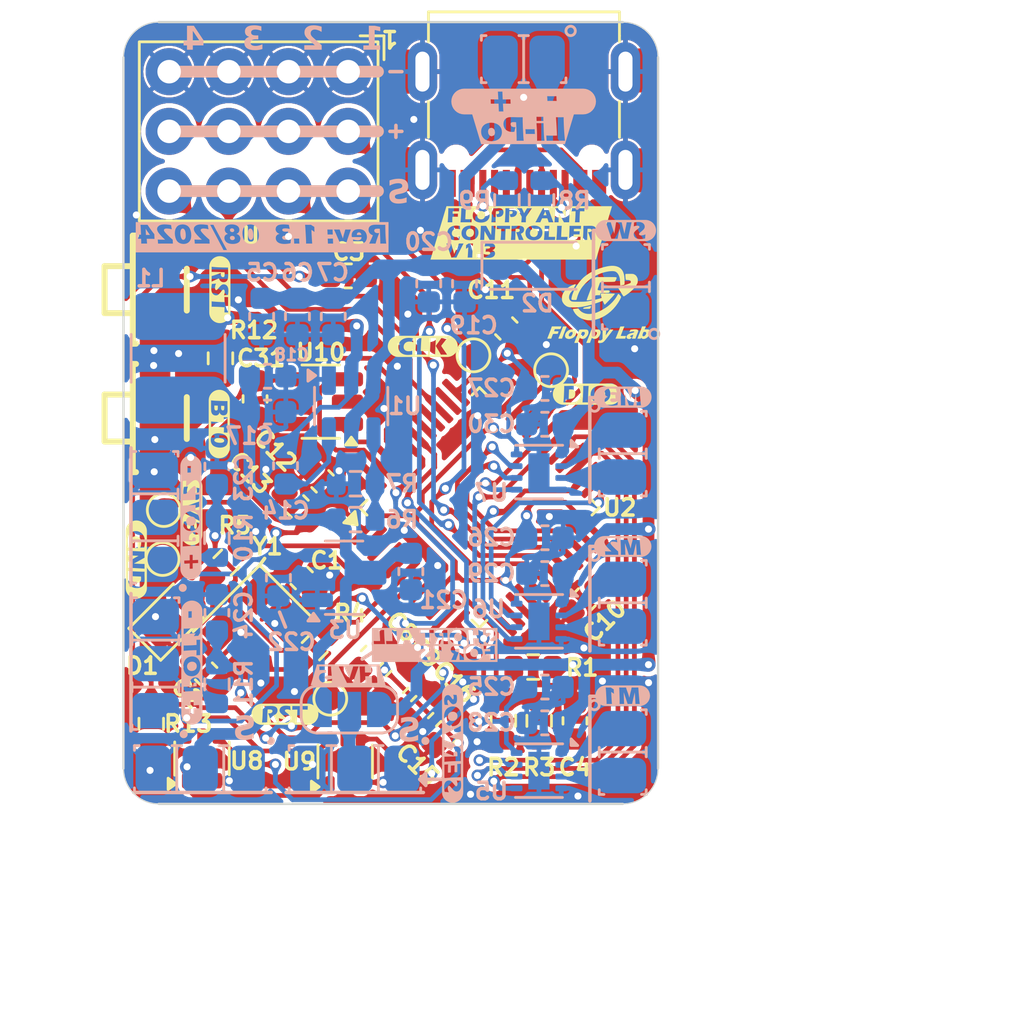
<source format=kicad_pcb>
(kicad_pcb (version 20240108) (generator "pcbnew") (generator_version "8.0")
  (title_block (title "Ant Robot control board") (date "2024-06-27") (rev "1.1"))
  (layers (0 "F.Cu" signal) (31 "B.Cu" signal) (34 "B.Paste" user) (35 "F.Paste" user) (36 "B.SilkS" user "B.Silkscreen") (37 "F.SilkS" user "F.Silkscreen") (38 "B.Mask" user) (39 "F.Mask" user) (44 "Edge.Cuts" user))
  (net 0 "")
  (net 1 "/OSC_IN")
  (net 2 "GND")
  (net 3 "Net-(C2-Pad1)")
  (net 4 "/RESET")
  (net 5 "/VBAT")
  (net 6 "+BATT")
  (net 7 "+3V3")
  (net 8 "Net-(U1-VBST)")
  (net 9 "+5V")
  (net 10 "/ADC2")
  (net 11 "/ADC1")
  (net 12 "Net-(D1-A)")
  (net 13 "/VUSB")
  (net 21 "/BAT_2_SW")
  (net 22 "/CC2")
  (net 23 "Net-(J5-Pin_2)")
  (net 24 "Net-(J6-Pin_2)")
  (net 25 "/SERVO_2_SIG")
  (net 26 "/SERVO_1_SIG")
  (net 27 "Net-(J8-Pin_2)")
  (net 28 "/CC1")
  (net 29 "/M1+")
  (net 30 "/M1-")
  (net 31 "/M2-")
  (net 32 "/M2+")
  (net 33 "/M3-")
  (net 34 "/M3+")
  (net 35 "/SW")
  (net 36 "/OSC_OUT")
  (net 37 "Net-(U2-PC15)")
  (net 38 "/VBAT_DIV")
  (net 39 "/BOOT0")
  (net 40 "Net-(U2-PA13)")
  (net 41 "Net-(U2-PA14)")
  (net 42 "/~{M1_SLEEP}")
  (net 43 "/CH2")
  (net 44 "/M1_PWM")
  (net 45 "/M3_DIR")
  (net 46 "/M1_DIR")
  (net 47 "/CH4")
  (net 48 "/~{M2_SLEEP}")
  (net 49 "/M3_PWM")
  (net 53 "/CH3")
  (net 54 "/M2_PWM")
  (net 55 "/I2C1_SDA")
  (net 57 "/~{M3_SLEEP}")
  (net 58 "/I2C1_SCL")
  (net 60 "/M2_DIR")
  (net 61 "/CH1_PPM")
  (net 62 "/VFB")
  (net 63 "/USB_D-")
  (net 64 "/USB_D+")
  (net 65 "/SERVO_2_SIG_5V")
  (net 66 "/SERVO_1_SIG_5V")
  (footprint "Crystal:Crystal_SMD_3225-4Pin_3.2x2.5mm" (layer "F.Cu") (at 142.7988 93.9292 -135)
    (property "Reference" "Y1")
    (property "Value" "TAXM8M4RLBDDT2T")
  )
  (footprint "Resistor_SMD:R_0603_1608Metric" (layer "F.Cu") (at 141.3764 82.55 90)
    (property "Reference" "R12")
    (property "Value" "5.1k")
  )
  (footprint "Resistor_SMD:R_0603_1608Metric" (layer "F.Cu") (at 154.94 97.9678 -90)
    (property "Reference" "R3")
    (property "Value" "10k")
  )
  (footprint "Capacitor_SMD:C_0603_1608Metric" (layer "F.Cu") (at 148.8948 96.3168 -135)
    (property "Reference" "C9")
    (property "Value" "100n")
  )
  (footprint "Resistor_SMD:R_0603_1608Metric" (layer "F.Cu") (at 153.416 97.9678 -90)
    (property "Reference" "R2")
    (property "Value" "5.1k")
  )
  (footprint "Capacitor_SMD:C_0603_1608Metric" (layer "F.Cu") (at 156.464 97.9678 -90)
    (property "Reference" "C4")
    (property "Value" "4.7u")
  )
  (footprint "Capacitor_SMD:C_0603_1608Metric" (layer "F.Cu") (at 147.828 95.25 -135)
    (property "Reference" "C8")
    (property "Value" "4.7u")
  )
  (footprint "Capacitor_SMD:C_0603_1608Metric" (layer "F.Cu") (at 144.653 88.8492 135)
    (property "Reference" "C13")
    (property "Value" "100n")
  )
  (footprint "kibuzzard-667D9F0F" (layer "F.Cu") (at 156.972 84.074)
    (property "Reference" "kibuzzard-667D9F0F" (hide yes))
    (property "Value" "G***" (hide yes))
  )
  (footprint "LOGO" (layer "F.Cu") (at 157.607 80.263293)
    (property "Reference" "G***" (hide yes))
    (property "Value" "LOGO" (hide yes))
  )
  (footprint "TestPoint:TestPoint_Pad_D1.0mm" (layer "F.Cu") (at 138.9634 89.0016)
    (property "Reference" "TP4" (hide yes))
    (property "Value" "3V3")
  )
  (footprint "Package_TO_SOT_SMD:SOT-363_SC-70-6" (layer "F.Cu") (at 140.589 99.568 90)
    (property "Reference" "U8")
    (property "Value" "74LVC1T45DW-7")
  )
  (footprint "TestPoint:TestPoint_Pad_D1.0mm" (layer "F.Cu") (at 138.9126 91.0844)
    (property "Reference" "TP5" (hide yes))
    (property "Value" "GND")
  )
  (footprint "Capacitor_SMD:C_0603_1608Metric" (layer "F.Cu") (at 144.8308 91.8972 -45)
    (property "Reference" "C1")
    (property "Value" "20p")
  )
  (footprint "_My_modules:FS2A 4CH reciever" (layer "F.Cu") (at 146.812 70.358 180)
    (property "Reference" "U4")
    (property "Value" "FS2A 4CH reciever")
  )
  (footprint "Capacitor_SMD:C_0603_1608Metric" (layer "F.Cu") (at 145.7198 87.7824 135)
    (property "Reference" "C12")
    (property "Value" "100n")
  )
  (footprint "Resistor_SMD:R_0603_1608Metric" (layer "F.Cu") (at 138.43 98.0948 90)
    (property "Reference" "R13")
    (property "Value" "5.1k")
  )
  (footprint "Resistor_SMD:R_0603_1608Metric" (layer "F.Cu") (at 145.3896 94.8436 45)
    (property "Reference" "R4")
    (property "Value" "1k")
  )
  (footprint "TestPoint:TestPoint_Pad_D1.0mm" (layer "F.Cu") (at 155.448 83.058)
    (property "Reference" "TP2" (hide yes))
    (property "Value" "SWDIO")
  )
  (footprint "kibuzzard-667D9F56" (layer "F.Cu") (at 144.1196 97.6884)
    (property "Reference" "kibuzzard-667D9F56" (hide yes))
    (property "Value" "G***" (hide yes))
  )
  (footprint "Capacitor_SMD:C_0603_1608Metric" (layer "F.Cu") (at 140.7668 95.9612 135)
    (property "Reference" "C2")
    (property "Value" "20p")
  )
  (footprint "Resistor_SMD:R_0603_1608Metric" (layer "F.Cu") (at 154.686 95.6818 180)
    (property "Reference" "R1")
    (property "Value" "10k")
  )
  (footprint "Capacitor_SMD:C_0603_1608Metric" (layer "F.Cu") (at 149.9616 97.3836 -135)
    (property "Reference" "C16")
    (property "Value" "100n")
  )
  (footprint "Capacitor_SMD:C_0603_1608Metric" (layer "F.Cu") (at 151.0284 98.4504 -135)
    (property "Reference" "C15")
    (property "Value" "4.7u")
  )
  (footprint "kibuzzard-667D9F19" (layer "F.Cu") (at 141.351 79.629 -90)
    (property "Reference" "kibuzzard-667D9F19" (hide yes))
    (property "Value" "G***" (hide yes))
  )
  (footprint "_MIA footprint:SW-SMD_TS24CA SMD BUTTO 90deg" (layer "F.Cu") (at 139.319 85.09 90)
    (property "Reference" "SW1" (hide yes))
    (property "Value" "BOOT")
  )
  (footprint "Capacitor_SMD:C_0603_1608Metric" (layer "F.Cu") (at 142.8496 84.2772 -90)
    (property "Reference" "C31")
    (property "Value" "100n")
  )
  (footprint "kibuzzard-667D9F2A" (layer "F.Cu") (at 137.795 91.1098 -90)
    (property "Reference" "kibuzzard-667D9F2A" (hide yes))
    (property "Value" "G***" (hide yes))
  )
  (footprint "Capacitor_SMD:C_0603_1608Metric" (layer "F.Cu") (at 156.8704 92.8116 -135)
    (property "Reference" "C10")
    (property "Value" "100n")
  )
  (footprint "_MIA footprint:SW-SMD_TS24CA SMD BUTTO 90deg" (layer "F.Cu") (at 139.319 79.629 90)
    (property "Reference" "SW2" (hide yes))
    (property "Value" "RESET")
  )
  (footprint "Resistor_SMD:R_0603_1608Metric" (layer "F.Cu") (at 141.6304 91.2368 45)
    (property "Reference" "R5")
    (property "Value" "5.1k")
  )
  (footprint "Capacitor_SMD:C_0603_1608Metric" (layer "F.Cu") (at 153.543 81.28 135)
    (property "Reference" "C11")
    (property "Value" "100n")
  )
  (footprint "kibuzzard-667D9F03" (layer "F.Cu") (at 149.987 82.042)
    (property "Reference" "kibuzzard-667D9F03" (hide yes))
    (property "Value" "G***" (hide yes))
  )
  (footprint "TestPoint:TestPoint_Pad_D1.0mm" (layer "F.Cu") (at 152.146 82.423)
    (property "Reference" "TP3" (hide yes))
    (property "Value" "SWCLK")
  )
  (footprint "Package_TO_SOT_SMD:SOT-363_SC-70-6" (layer "F.Cu") (at 146.685 99.695 90)
    (property "Reference" "U9")
    (property "Value" "74LVC1T45DW-7")
  )
  (footprint "TestPoint:TestPoint_Pad_D1.0mm" (layer "F.Cu") (at 146.05 97.028)
    (property "Reference" "TP1" (hide yes))
    (property "Value" "RST")
  )
  (footprint "Capacitor_SMD:C_0603_1608Metric" (layer "F.Cu") (at 146.812 79.0448)
    (property "Reference" "C3")
    (property "Value" "100n")
  )
  (footprint "Package_QFP:LQFP-48_7x7mm_P0.5mm" (layer "F.Cu") (at 152.4 88.9 45)
    (property "Reference" "U2")
    (property "Value" "STM32F070CBTx")
  )
  (footprint "Package_TO_SOT_SMD:SOT-23-5" (layer "F.Cu") (at 145.6436 84.3929 180)
    (property "Reference" "U10")
    (property "Value" "AT24C02C")
  )
  (footprint "kibuzzard-669B8C44" (layer "F.Cu") (at 141.3256 85.344 -90)
    (property "Reference" "kibuzzard-669B8C44" (hide yes))
    (property "Value" "G***" (hide yes))
  )
  (footprint "_MIA footprint:USB_C_304A-ACP16X" (layer "F.Cu") (at 154.293 70.3555 180)
    (property "Reference" "J4" (hide yes))
    (property "Value" "USB-C_304A-ACP16X")
  )
  (footprint "LED_SMD:LED_0805_2012Metric" (layer "F.Cu") (at 139.3444 93.5228 45)
    (property "Reference" "D1")
    (property "Value" "STATUS")
  )
  (footprint "kibuzzard-669B8939" (layer "F.Cu") (at 154.177293 77.215293)
    (property "Reference" "kibuzzard-669B8939" (hide yes))
    (property "Value" "G***" (hide yes))
  )
  (footprint "kibuzzard-667D9F22" (layer "F.Cu") (at 140.1572 89.027 -90)
    (property "Reference" "kibuzzard-667D9F22" (hide yes))
    (property "Value" "G***" (hide yes))
  )
  (footprint "kibuzzard-66A6444D" (layer "B.Cu") (at 154.2542 72.7964 180)
    (property "Reference" "kibuzzard-66A6444D" (hide yes))
    (property "Value" "G***" (hide yes))
  )
  (footprint "_MY_connectors:Pad 02x01" (layer "B.Cu") (at 158.496 85.6045 180)
    (property "Reference" "J11" (hide yes))
    (property "Value" "M3")
  )
  (footprint "Capacitor_SMD:C_0603_1608Metric" (layer "B.Cu") (at 143.383 83.312)
    (property "Reference" "C18")
    (property "Value" "22u")
  )
  (footprint "Capacitor_SMD:C_0603_1608Metric" (layer "B.Cu") (at 149.479 91.6178 -90)
    (property "Reference" "C21")
    (property "Value" "100n")
  )
  (footprint "kibuzzard-667D9FAD" (layer "B.Cu") (at 158.496 90.551 180)
    (property "Reference" "kibuzzard-667D9FAD" (hide yes))
    (property "Value" "G***" (hide yes))
  )
  (footprint "_My_inductors:XRCD43-3R3M" (layer "B.Cu") (at 139.573 82.55 -90)
    (property "Reference" "L1")
    (property "Value" "4.7uH")
  )
  (footprint "Jumper:SolderJumper-3_P1.3mm_Open_RoundedPad1.0x1.5mm_NumberLabels" (layer "B.Cu") (at 146.8628 97.4852 180)
    (property "Reference" "JP1" (hide yes))
    (property "Value" "SERVO2 PW")
  )
  (footprint "Capacitor_SMD:C_0603_1608Metric" (layer "B.Cu") (at 143.843 91.882 -90)
    (property "Reference" "C22")
    (property "Value" "22u")
  )
  (footprint "Resistor_SMD:R_0603_1608Metric" (layer "B.Cu") (at 155.0416 75.819 -90)
    (property "Reference" "R8")
    (property "Value" "5.1k")
  )
  (footprint "_MY_connectors:Pad 03x01" (layer "B.Cu") (at 149.098 100.022096 90)
    (property "Reference" "J8" (hide yes))
    (property "Value" "servo 1 (HV)")
  )
  (footprint "Package_TO_SOT_SMD:SOT-23-3" (layer "B.Cu") (at 146.637 91.882)
    (property "Reference" "U3")
    (property "Value" "H7233-1")
  )
  (footprint "_MY_connectors:Pad 02x01" (layer "B.Cu") (at 158.496 91.948 180)
    (property "Reference" "J10" (hide yes))
    (property "Value" "M2")
  )
  (footprint "Capacitor_SMD:C_0603_1608Metric" (layer "B.Cu") (at 150.241 79.375 -90)
    (property "Reference" "C20")
    (property "Value" "100n")
  )
  (footprint "kibuzzard-667D9F97" (layer "B.Cu") (at 150.495 94.742 180)
    (property "Reference" "kibuzzard-667D9F97" (hide yes))
    (property "Value" "G***" (hide yes))
  )
  (footprint "Package_SON:WSON-8-1EP_2x2mm_P0.5mm_EP0.9x1.6mm" (layer "B.Cu") (at 154.9305 87.3875 180)
    (property "Reference" "U7")
    (property "Value" "DRV8838")
  )
  (footprint "Capacitor_SMD:C_0603_1608Metric" (layer "B.Cu") (at 146.177 80.772 -90)
    (property "Reference" "C7")
    (property "Value" "100n")
  )
  (footprint "Resistor_SMD:R_0603_1608Metric" (layer "B.Cu") (at 147.13 87.884 180)
    (property "Reference" "R7")
    (property "Value" "10k")
  )
  (footprint "Resistor_SMD:R_0603_1608Metric" (layer "B.Cu") (at 141.224 96.4184 90)
    (property "Reference" "R11")
    (property "Value" "5.1k")
  )
  (footprint "_MY_connectors:Pad 03x01" (layer "B.Cu") (at 138.610905 97.536)
    (property "Reference" "J6" (hide yes))
    (property "Value" "custom analog 1")
  )
  (footprint "kibuzzard-66AE2B42" (layer "B.Cu") (at 143.15 77.4 180)
    (property "Reference" "kibuzzard-66AE2B42" (hide yes))
    (property "Value" "G***" (hide yes))
  )
  (footprint "Capacitor_SMD:C_0603_1608Metric" (layer "B.Cu") (at 151.765 79.375 -90)
    (property "Reference" "C19")
    (property "Value" "4.7u")
  )
  (footprint "_MY_connectors:Pad 03x01" (layer "B.Cu") (at 142.515905 100.022096 90)
    (property "Reference" "J7" (hide yes))
    (property "Value" "servo 2")
  )
  (footprint "kibuzzard-667D9FB5" (layer "B.Cu") (at 158.496 84.201 180)
    (property "Reference" "kibuzzard-667D9FB5" (hide yes))
    (property "Value" "G***" (hide yes))
  )
  (footprint "_MY_connectors:Pad 02x01" (layer "B.Cu") (at 158.6325 80.5115)
    (property "Reference" "J2" (hide yes))
    (property "Value" "2s Battery")
  )
  (footprint "Capacitor_SMD:C_0603_1608Metric" (layer "B.Cu") (at 141.224 87.1474 -90)
    (property "Reference" "C23")
    (property "Value" "4.7u")
  )
  (footprint "Capacitor_SMD:C_0603_1608Metric" (layer "B.Cu") (at 143.383 84.836)
    (property "Reference" "C17")
    (property "Value" "22u")
  )
  (footprint "kibuzzard-667D9F91" (layer "B.Cu") (at 146.812 96.012 180)
    (property "Reference" "kibuzzard-667D9F91" (hide yes))
    (property "Value" "G***" (hide yes))
  )
  (footprint "Capacitor_SMD:C_0603_1608Metric" (layer "B.Cu") (at 155.1845 98.0555 180)
    (property "Reference" "C28")
    (property "Value" "100n")
  )
  (footprint "Capacitor_SMD:C_0603_1608Metric" (layer "B.Cu") (at 155.1845 90.1815)
    (property "Reference" "C26")
    (property "Value" "100n")
  )
  (footprint "Capacitor_SMD:C_0603_1608Metric" (layer "B.Cu") (at 141.224 93.3704 -90)
    (property "Reference" "C24")
    (property "Value" "4.7u")
  )
  (footprint "kibuzzard-667D9F8D" (layer "B.Cu") (at 140.16001 95.491195 90)
    (property "Reference" "kibuzzard-667D9F8D" (hide yes))
    (property "Value" "G***" (hide yes))
  )
  (footprint "kibuzzard-667D9F7E" (layer "B.Cu") (at 158.623 77.1144 180)
    (property "Reference" "kibuzzard-667D9F7E" (hide yes))
    (property "Value" "G***" (hide yes))
  )
  (footprint "Capacitor_SMD:C_0603_1608Metric" (layer "B.Cu") (at 155.1845 83.8315)
    (property "Reference" "C27")
    (property "Value" "100n")
  )
  (footprint "kibuzzard-667D9FA0" (layer "B.Cu") (at 151.257 98.933 90)
    (property "Reference" "kibuzzard-667D9FA0" (hide yes))
    (property "Value" "G***" (hide yes))
  )
  (footprint "Package_TO_SOT_SMD:SOT-23-6" (layer "B.Cu") (at 146.939 84.582 -90)
    (property "Reference" "U1")
    (property "Value" "TPS563200")
  )
  (footprint "_MY_connectors:Pad 02x01" (layer "B.Cu") (at 154.2796 69.8246 90)
    (property "Reference" "J1" (hide yes))
    (property "Value" "B_SW")
  )
  (footprint "Capacitor_SMD:C_0603_1608Metric" (layer "B.Cu") (at 144.145 87.122 90)
    (property "Reference" "C14")
    (property "Value" "100n")
  )
  (footprint "Resistor_SMD:R_0603_1608Metric" (layer "B.Cu") (at 147.13 89.408)
    (property "Reference" "R6")
    (property "Value" "54.9k")
  )
  (footprint "_MY_connectors:Pad 03x01" (layer "B.Cu") (at 138.570905 91.313)
    (property "Reference" "J5" (hide yes))
    (property "Value" "custom analog 2")
  )
  (footprint "Capacitor_SMD:C_0603_1608Metric" (layer "B.Cu") (at 155.1845 96.5315)
    (property "Reference" "C25")
    (property "Value" "100n")
  )
  (footprint "Package_SON:WSON-8-1EP_2x2mm_P0.5mm_EP0.9x1.6mm" (layer "B.Cu") (at 154.9305 100.0875 180)
    (property "Reference" "U5")
    (property "Value" "DRV8838")
  )
  (footprint "Resistor_SMD:R_0603_1608Metric" (layer "B.Cu") (at 141.224 90.1954 90)
    (property "Reference" "R10")
    (property "Value" "5.1k")
  )
  (footprint "Capacitor_SMD:C_0603_1608Metric" (layer "B.Cu") (at 155.1845 85.3555 180)
    (property "Reference" "C30")
    (property "Value" "100n")
  )
  (footprint "_MY_connectors:Pad 02x01" (layer "B.Cu") (at 158.496 98.298 180)
    (property "Reference" "J9" (hide yes))
    (property "Value" "M1")
  )
  (footprint "Capacitor_SMD:C_0603_1608Metric" (layer "B.Cu") (at 143.129 80.772 -90)
    (property "Reference" "C5")
    (property "Value" "22u")
  )
  (footprint "kibuzzard-667D9F87" (layer "B.Cu") (at 140.120297 89.315742 90)
    (property "Reference" "kibuzzard-667D9F87" (hide yes))
    (property "Value" "G***" (hide yes))
  )
  (footprint "Capacitor_SMD:C_0603_1608Metric" (layer "B.Cu") (at 144.653 80.772 -90)
    (property "Reference" "C6")
    (property "Value" "22u")
  )
  (footprint "kibuzzard-667D9FA9" (layer "B.Cu") (at 158.496 96.901 180)
    (property "Reference" "kibuzzard-667D9FA9" (hide yes))
    (property "Value" "G***" (hide yes))
  )
  (footprint "kibuzzard-66CF23DF" (layer "B.Cu") (at 154.2796 71.628)
    (property "Reference" "kibuzzard-66CF23DF" (hide yes))
    (property "Value" "G***" (hide yes))
  )
  (footprint "Resistor_SMD:R_0603_1608Metric" (layer "B.Cu") (at 153.5684 75.819 -90)
    (property "Reference" "R9")
    (property "Value" "5.1k")
  )
  (footprint "Capacitor_SMD:C_0603_1608Metric" (layer "B.Cu") (at 155.1845 91.7055 180)
    (property "Reference" "C29")
    (property "Value" "100n")
  )
  (footprint "Package_SON:WSON-8-1EP_2x2mm_P0.5mm_EP0.9x1.6mm" (layer "B.Cu") (at 154.9305 93.7375 180)
    (property "Reference" "U6")
    (property "Value" "DRV8838")
  )
  (footprint "Diode_SMD:D_SOD-123" (layer "B.Cu") (at 154.8638 78.613)
    (property "Reference" "D2")
    (property "Value" "SD103AW")
  )
  (gr_line (start 148.843293 72.643293) (end 148.843293 73.151293) (stroke (width 0.15)) (layer "B.SilkS"))
  (gr_line (start 143.5354 101.0158) (end 137.6934 101.0158) (stroke (width 0.15)) (layer "B.SilkS"))
  (gr_line (start 150.114 100.711) (end 149.86 100.457) (stroke (width 0.15)) (layer "B.SilkS"))
  (gr_line (start 144.145 93.98) (end 143.891 93.345) (stroke (width 0.15)) (layer "B.SilkS"))
  (gr_line (start 149.097293 70.357293) (end 148.589293 70.357293) (stroke (width 0.15)) (layer "B.SilkS"))
  (gr_line (start 157.2514 77.4954) (end 157.2514 77.1144) (stroke (width 0.15)) (layer "B.SilkS"))
  (gr_line (start 148.081293 72.897293) (end 146.811293 72.897293) (stroke (width 0.5)) (layer "B.SilkS"))
  (gr_line (start 157.664084 77.1144) (end 157.2514 77.1144) (stroke (width 0.15)) (layer "B.SilkS"))
  (gr_line (start 150.0124 101.0158) (end 144.1704 101.0158) (stroke (width 0.15)) (layer "B.SilkS"))
  (gr_line (start 150.876 100.457) (end 149.86 100.457) (stroke (width 0.15)) (layer "B.SilkS"))
  (gr_line (start 157.099 90.932) (end 157.099 94.996) (stroke (width 0.15)) (layer "B.SilkS"))
  (gr_line (start 137.5664 92.5576) (end 137.5664 98.3996) (stroke (width 0.15)) (layer "B.SilkS"))
  (gr_line (start 149.86 100.457) (end 150.114 100.203) (stroke (width 0.15)) (layer "B.SilkS"))
  (gr_line (start 157.2514 77.4954) (end 157.2514 81.5594) (stroke (width 0.15)) (layer "B.SilkS"))
  (gr_line (start 157.099 90.932) (end 157.099 90.551) (stroke (width 0.15)) (layer "B.SilkS"))
  (gr_line (start 148.146164 94.869) (end 147.40796 95.344031) (stroke (width 0.15)) (layer "B.SilkS"))
  (gr_line (start 150.114 100.203) (end 150.114 100.711) (stroke (width 0.15)) (layer "B.SilkS"))
  (gr_line (start 137.5664 86.36) (end 137.5664 92.202) (stroke (width 0.15)) (layer "B.SilkS"))
  (gr_line (start 146.811293 75.437293) (end 139.191293 75.437293) (stroke (width 0.5)) (layer "B.SilkS"))
  (gr_line (start 146.811293 70.357293) (end 139.191293 70.357293) (stroke (width 0.5)) (layer "B.SilkS"))
  (gr_line (start 146.811293 72.897293) (end 139.191293 72.897293) (stroke (width 0.5)) (layer "B.SilkS"))
  (gr_line (start 149.097293 72.897293) (end 148.589293 72.897293) (stroke (width 0.15)) (layer "B.SilkS"))
  (gr_line (start 157.508684 84.2235) (end 157.096 84.2235) (stroke (width 0.15)) (layer "B.SilkS"))
  (gr_line (start 157.099 97.3074) (end 157.099 101.3714) (stroke (width 0.15)) (layer "B.SilkS"))
  (gr_line (start 157.511684 90.551) (end 157.099 90.551) (stroke (width 0.15)) (layer "B.SilkS"))
  (gr_line (start 157.096 84.6045) (end 157.096 84.2235) (stroke (width 0.15)) (layer "B.SilkS"))
  (gr_line (start 157.511684 96.9264) (end 157.099 96.9264) (stroke (width 0.15)) (layer "B.SilkS"))
  (gr_line (start 148.081293 70.357293) (end 146.557293 70.357293) (stroke (width 0.5)) (layer "B.SilkS"))
  (gr_line (start 157.096 84.6045) (end 157.096 88.6685) (stroke (width 0.15)) (layer "B.SilkS"))
  (gr_line (start 157.099 97.3074) (end 157.099 96.9264) (stroke (width 0.15)) (layer "B.SilkS"))
  (gr_line (start 148.081293 75.437293) (end 146.811293 75.437293) (stroke (width 0.5)) (layer "B.SilkS"))
  (gr_line (start 143.256 91.059) (end 143.046287 91.34826) (stroke (width 0.15)) (layer "F.SilkS"))
  (gr_arc (start 137.25 69.75) (mid 137.68934 68.68934) (end 138.75 68.25) (stroke (width 0.05)) (layer "Edge.Cuts"))
  (gr_line (start 138.75 68.25) (end 158.5 68.25) (stroke (width 0.1)) (layer "Edge.Cuts"))
  (gr_arc (start 138.75 101.5) (mid 137.68934 101.06066) (end 137.25 100) (stroke (width 0.05)) (layer "Edge.Cuts"))
  (gr_line (start 160 69.75) (end 160 100) (stroke (width 0.1)) (layer "Edge.Cuts"))
  (gr_arc (start 158.5 68.25) (mid 159.56066 68.68934) (end 160 69.75) (stroke (width 0.05)) (layer "Edge.Cuts"))
  (gr_line (start 137.25 100) (end 137.25 69.75) (stroke (width 0.1)) (layer "Edge.Cuts"))
  (gr_line (start 158.5 101.5) (end 138.75 101.5) (stroke (width 0.1)) (layer "Edge.Cuts"))
  (gr_arc (start 160 100) (mid 159.56066 101.06066) (end 158.5 101.5) (stroke (width 0.05)) (layer "Edge.Cuts"))
  (gr_text "4\n" (at 140.715293 69.595293 0) (layer "B.SilkS") (effects (font (size 1 1) (thickness 0.15) (bold yes)) (justify left bottom mirror)))
  (gr_text "1" (at 148.335293 69.595293 0) (layer "B.SilkS") (effects (font (size 1 1) (thickness 0.15) (bold yes)) (justify left bottom mirror)))
  (gr_text "2" (at 145.795293 69.595293 0) (layer "B.SilkS") (effects (font (size 1 1) (thickness 0.15) (bold yes)) (justify left bottom mirror)))
  (gr_text "S" (at 149.9 99.0092 0) (layer "B.SilkS") (effects (font (size 1 1) (thickness 0.15) (bold yes)) (justify left bottom mirror)))
  (gr_text "S" (at 148.461864 74.760156 180) (layer "B.SilkS") (effects (font (size 1 1) (thickness 0.15) (bold yes)) (justify left bottom mirror)))
  (gr_text "3\n" (at 143.255293 69.595293 0) (layer "B.SilkS") (effects (font (size 1 1) (thickness 0.15) (bold yes)) (justify left bottom mirror)))
  (gr_text "S" (at 142.9 98.933287 0) (layer "B.SilkS") (effects (font (size 1 1) (thickness 0.15) (bold yes)) (justify left bottom mirror)))
  (segment (start 148.926338 91.313002) (end 148.43193 91.80741) (width 0.2) (layer "F.Cu") (net 1))
  (segment (start 146.2024 90.932) (end 144.699984 90.932) (width 0.2) (layer "F.Cu") (net 1))
  (segment (start 144.699984 90.932) (end 144.282792 91.349192) (width 0.2) (layer "F.Cu") (net 1))
  (segment (start 147.07781 91.80741) (end 146.2024 90.932) (width 0.2) (layer "F.Cu") (net 1))
  (segment (start 144.176727 91.349192) (end 142.975577 92.550342) (width 0.2) (layer "F.Cu") (net 1))
  (segment (start 144.282792 91.349192) (end 144.176727 91.349192) (width 0.2) (layer "F.Cu") (net 1))
  (segment (start 148.43193 91.80741) (end 147.07781 91.80741) (width 0.2) (layer "F.Cu") (net 1))
  (segment (start 146.685 100.645) (end 146.685 99.822) (width 0.2) (layer "F.Cu") (net 2))
  (segment (start 146.685 99.822) (end 146.685 98.745) (width 0.2) (layer "F.Cu") (net 2))
  (segment (start 140.515 81.725) (end 140.094 81.304) (width 0.5) (layer "F.Cu") (net 2))
  (segment (start 145.298096 99.822) (end 146.685 99.822) (width 0.2) (layer "F.Cu") (net 2))
  (segment (start 152.3404 84.9718) (end 152.3238 84.9884) (width 0.2) (layer "F.Cu") (net 2))
  (segment (start 153.752342 84.365678) (end 153.14622 84.9718) (width 0.2) (layer "F.Cu") (net 2))
  (segment (start 153.14622 84.9718) (end 152.3404 84.9718) (width 0.2) (layer "F.Cu") (net 2))
  (segment (start 141.3764 81.725) (end 140.515 81.725) (width 0.5) (layer "F.Cu") (net 2))
  (via (at 149.352 80.6704) (size 0.5) (drill 0.3) (layers "F.Cu" "B.Cu") (net 2))
  (via (at 138.544 82.222) (size 0.5) (drill 0.3) (layers "F.Cu" "B.Cu") (net 2))
  (via (at 152.3238 84.9884) (size 0.5) (drill 0.3) (layers "F.Cu" "B.Cu") (net 2))
  (via (at 143.308 87.2744) (size 0.5) (drill 0.3) (layers "F.Cu" "B.Cu") (net 2))
  (via (at 139.594002 82.3468) (size 0.5) (drill 0.3) (layers "F.Cu" "B.Cu") (net 2))
  (via (at 142.243069 94.202087) (size 0.5) (drill 0.3) (layers "F.Cu" "B.Cu") (net 2))
  (via (at 150.622 91.3638) (size 0.5) (drill 0.3) (layers "F.Cu" "B.Cu") (net 2))
  (via (at 142.1384 80.0608) (size 0.5) (drill 0.3) (layers "F.Cu" "B.Cu") (net 2))
  (via (at 138.3792 100.076) (size 0.5) (drill 0.3) (layers "F.Cu" "B.Cu") (net 2))
  (via (at 138.610905 93.536) (size 0.5) (drill 0.3) (layers "F.Cu" "B.Cu") (net 2))
  (via (at 138.557 87.376) (size 0.5) (drill 0.3) (layers "F.Cu" "B.Cu") (net 2))
  (via (at 144.272 77.3684) (size 0.5) (drill 0.3) (layers "F.Cu" "B.Cu") (net 2))
  (via (at 156.845 94.869) (size 0.5) (drill 0.3) (layers "F.Cu" "B.Cu") (net 2))
  (via (at 148.9036 82.888109) (size 0.5) (drill 0.3) (layers "F.Cu" "B.Cu") (net 2))
  (via (at 145.298096 99.822) (size 0.5) (drill 0.3) (layers "F.Cu" "B.Cu") (net 2))
  (via (at 156.591 101.1682) (size 0.5) (drill 0.3) (layers "F.Cu" "B.Cu") (net 2))
  (via (at 155.3718 89.281) (size 0.5) (drill 0.3) (layers "F.Cu" "B.Cu") (net 2))
  (via (at 159.595531 96.346127) (size 0.5) (drill 0.3) (layers "F.Cu" "B.Cu") (net 2))
  (via (at 149.987 98.425) (size 0.5) (drill 0.3) (layers "F.Cu" "B.Cu") (net 2))
  (via (at 138.5824 86.0044) (size 0.5) (drill 0.3) (layers "F.Cu" "B.Cu") (net 2))
  (via (at 155.2448 81.9658) (size 0.5) (drill 0.3) (layers "F.Cu" "B.Cu") (net 2))
  (via (at 152.2984 98.8568) (size 0.5) (drill 0.3) (layers "F.Cu" "B.Cu") (net 2))
  (via (at 154.2796 71.4502) (size 0.5) (drill 0.3) (layers "F.Cu" "B.Cu") (net 2))
  (via (at 152.019 101.092) (size 0.5) (drill 0.3) (layers "F.Cu" "B.Cu") (net 2))
  (via (at 137.795 76.454) (size 0.5) (drill 0.3) (layers "F.Cu" "B.Cu") (net 2))
  (via (at 149.8854 77.1056) (size 0.5) (drill 0.3) (layers "F.Cu" "B.Cu") (net 2))
  (via (at 159.004 82.1436) (size 0.5) (drill 0.3) (layers "F.Cu" "B.Cu") (net 2))
  (via (at 152.654 79.629) (size 0.5) (drill 0.3) (layers "F.Cu" "B.Cu") (net 2))
  (via (at 143.6878 93.8276) (size 0.5) (drill 0.3) (layers "F.Cu" "B.Cu") (net 2))
  (via (at 146.423595 87.333779) (size 0.5) (drill 0.3) (layers "F.Cu" "B.Cu") (net 2))
  (via (at 146.0246 91.7702) (size 0.5) (drill 0.3) (layers "F.Cu" "B.Cu") (net 2))
  (via (at 143.095691 96.359691) (size 0.5) (drill 0.3) (layers "F.Cu" "B.Cu") (net 2))
  (via (at 148.335299 84.68365) (size 0.5) (drill 0.3) (layers "F.Cu" "B.Cu") (net 2))
  (via (at 142.875 89.916) (size 0.5) (drill 0.3) (layers "F.Cu" "B.Cu") (net 2))
  (via (at 157.6324 96.279356) (size 0.5) (drill 0.3) (layers "F.Cu" "B.Cu") (net 2))
  (via (at 144.526 96.7232) (size 0.5) (drill 0.3) (layers "F.Cu" "B.Cu") (net 2))
  (via (at 149.1996 89.8652) (size 0.5) (drill 0.3) (layers "F.Cu" "B.Cu") (net 2))
  (via (at 141.815084 87.113489) (size 0.5) (drill 0.3) (layers "F.Cu" "B.Cu") (net 2))
  (via (at 138.5316 82.8548) (size 0.5) (drill 0.3) (layers "F.Cu" "B.Cu") (net 2))
  (via (at 149.606 72.39) (size 0.5) (drill 0.3) (layers "F.Cu" "B.Cu") (net 2))
  (via (at 151.6888 96.3168) (size 0.5) (drill 0.3) (layers "F.Cu" "B.Cu") (net 2))
  (segment (start 154.4355 91.7055) (end 155.9595 90.1815) (width 0.5) (layer "B.Cu") (net 2))
  (segment (start 154.4355 85.3555) (end 155.9595 83.8315) (width 0.5) (layer "B.Cu") (net 2))
  (segment (start 154.4095 91.7055) (end 154.4355 91.7055) (width 0.5) (layer "B.Cu") (net 2))
  (segment (start 146.812 70.358) (end 144.272 70.358) (width 0.5) (layer "B.Cu") (net 2))
  (segment (start 139.192 70.358) (end 141.732 70.358) (width 0.5) (layer "B.Cu") (net 2))
  (segment (start 154.4095 85.3555) (end 154.4355 85.3555) (width 0.5) (layer "B.Cu") (net 2))
  (segment (start 141.732 70.358) (end 144.272 70.358) (width 0.5) (layer "B.Cu") (net 2))
  (segment (start 154.4355 98.0555) (end 155.9595 96.5315) (width 0.5) (layer "B.Cu") (net 2))
  (segment (start 154.4095 98.0555) (end 154.4355 98.0555) (width 0.5) (layer "B.Cu") (net 2))
  (segment (start 144.806237 95.426963) (end 144.4498 95.7834) (width 0.2) (layer "F.Cu") (net 3))
  (segment (start 141.420873 96.509208) (end 142.622023 95.308058) (width 0.2) (layer "F.Cu") (net 3))
  (segment (start 143.097365 95.7834) (end 142.622023 95.308058) (width 0.2) (layer "F.Cu") (net 3))
  (segment (start 141.314808 96.509208) (end 141.420873 96.509208) (width 0.2) (layer "F.Cu") (net 3))
  (segment (start 144.4498 95.7834) (end 143.097365 95.7834) (width 0.2) (layer "F.Cu") (net 3))
  (segment (start 144.8928 98.1852) (end 146.05 97.028) (width 0.2) (layer "F.Cu") (net 4))
  (segment (start 140.081 79.0702) (end 140.094 79.0572) (width 0.2) (layer "F.Cu") (net 4))
  (segment (start 144.7292 79.0702) (end 146.0116 79.0702) (width 0.2) (layer "F.Cu") (net 4))
  (segment (start 146.05 95.603554) (end 149.633445 92.020109) (width 0.2) (layer "F.Cu") (net 4))
  (segment (start 146.05 97.028) (end 146.05 95.603554) (width 0.2) (layer "F.Cu") (net 4))
  (segment (start 140.3482 97.2698) (end 138.43 97.2698) (width 0.2) (layer "F.Cu") (net 4))
  (segment (start 140.4874 97.409) (end 140.3482 97.2698) (width 0.2) (layer "F.Cu") (net 4))
  (segment (start 140.081 79.0702) (end 138.8618 79.0702) (width 0.2) (layer "F.Cu") (net 4))
  (segment (start 137.637987 95.499387) (end 138.43 96.2914) (width 0.2) (layer "F.Cu") (net 4))
  (segment (start 144.399 98.1852) (end 144.8928 98.1852) (width 0.2) (layer "F.Cu") (net 4))
  (segment (start 142.009818 97.409) (end 140.4874 97.409) (width 0.2) (layer "F.Cu") (net 4))
  (segment (start 137.637987 80.294013) (end 137.637987 95.499387) (width 0.2) (layer "F.Cu") (net 4))
  (segment (start 146.0116 79.0702) (end 146.037 79.0448) (width 0.2) (layer "F.Cu") (net 4))
  (segment (start 138.43 96.2914) (end 138.43 97.2698) (width 0.2) (layer "F.Cu") (net 4))
  (segment (start 140.094 79.0572) (end 140.094 77.954) (width 0.2) (layer "F.Cu") (net 4))
  (segment (start 143.300893 98.700075) (end 142.009818 97.409) (width 0.2) (layer "F.Cu") (net 4))
  (segment (start 138.8618 79.0702) (end 137.637987 80.294013) (width 0.2) (layer "F.Cu") (net 4))
  (via (at 144.7292 79.0702) (size 0.5) (drill 0.3) (layers "F.Cu" "B.Cu") (net 4))
  (via (at 144.399 98.1852) (size 0.5) (drill 0.3) (layers "F.Cu" "B.Cu") (net 4))
  (via (at 140.081 79.0702) (size 0.5) (drill 0.3) (layers "F.Cu" "B.Cu") (net 4))
  (via (at 143.300893 98.700075) (size 0.5) (drill 0.3) (layers "F.Cu" "B.Cu") (net 4))
  (segment (start 140.081 79.0702) (end 144.7292 79.0702) (width 0.2) (layer "B.Cu") (net 4))
  (segment (start 143.815768 98.1852) (end 143.300893 98.700075) (width 0.2) (layer "B.Cu") (net 4))
  (segment (start 144.399 98.1852) (end 143.815768 98.1852) (width 0.2) (layer "B.Cu") (net 4))
  (segment (start 156.464 98.7428) (end 154.99 98.7428) (width 0.2) (layer "F.Cu") (net 5))
  (segment (start 152.691 96.750862) (end 152.691 97.534738) (width 0.2) (layer "F.Cu") (net 5))
  (segment (start 150.694105 93.080769) (end 151.293474 92.4814) (width 0.2) (layer "F.Cu") (net 5))
  (segment (start 154.0896 97.9424) (end 154.94 98.7928) (width 0.2) (layer "F.Cu") (net 5))
  (segment (start 154.99 98.7428) (end 154.94 98.7928) (width 0.2) (layer "F.Cu") (net 5))
  (segment (start 152.691 97.534738) (end 153.098662 97.9424) (width 0.2) (layer "F.Cu") (net 5))
  (segment (start 151.526626 92.4814) (end 153.1112 94.065974) (width 0.2) (layer "F.Cu") (net 5))
  (segment (start 153.098662 97.9424) (end 154.0896 97.9424) (width 0.2) (layer "F.Cu") (net 5))
  (segment (start 151.293474 92.4814) (end 151.526626 92.4814) (width 0.2) (layer "F.Cu") (net 5))
  (segment (start 153.1112 94.065974) (end 153.1112 96.330662) (width 0.2) (layer "F.Cu") (net 5))
  (segment (start 153.1112 96.330662) (end 152.691 96.750862) (width 0.2) (layer "F.Cu") (net 5))
  (segment (start 159.5928 95.579356) (end 159.5928 84.485) (width 0.5) (layer "F.Cu") (net 6))
  (segment (start 155.511 95.6818) (end 156.268364 95.6818) (width 0.2) (layer "F.Cu") (net 6))
  (segment (start 159.5928 84.485) (end 159.0294 83.9216) (width 0.5) (layer "F.Cu") (net 6))
  (segment (start 156.268364 95.6818) (end 156.370808 95.579356) (width 0.2) (layer "F.Cu") (net 6))
  (via (at 159.5928 89.8144) (size 0.6) (drill 0.3) (layers "F.Cu" "B.Cu") (net 6))
  (via (at 159.0294 83.9216) (size 0.6) (drill 0.3) (layers "F.Cu" "B.Cu") (net 6))
  (via (at 156.370808 95.579356) (size 0.6) (drill 0.3) (layers "F.Cu" "B.Cu") (net 6))
  (via (at 159.5928 95.579356) (size 0.6) (drill 0.3) (layers "F.Cu" "B.Cu") (net 6))
  (segment (start 157.0482 83.1596) (end 157.0482 81.5086) (width 0.5) (layer "B.Cu") (net 6))
  (segment (start 158.2674 83.1596) (end 159.0294 83.9216) (width 0.5) (layer "B.Cu") (net 6))
  (segment (start 148.1628 97.4852) (end 149.0472 97.4852) (width 0.5) (layer "B.Cu") (net 6))
  (segment (start 157.226 95.579356) (end 156.370808 95.579356) (width 0.5) (layer "B.Cu") (net 6))
  (segment (start 151.663206 95.579356) (end 156.370808 95.579356) (width 0.5) (layer "B.Cu") (net 6))
  (segment (start 150.241 78.6) (end 151.765 78.6) (width 0.5) (layer "B.Cu") (net 6))
  (segment (start 147.889 82.782001) (end 148.5392 82.131801) (width 0.5) (layer "B.Cu") (net 6))
  (segment (start 156.8595 97.1555) (end 156.8595 95.8741) (width 0.5) (layer "B.Cu") (net 6))
  (segment (start 148.5392 78.6508) (end 148.4884 78.6) (width 0.5) (layer "B.Cu") (net 6))
  (segment (start 157.0482 83.1596) (end 158.2674 83.1596) (width 0.5) (layer "B.Cu") (net 6))
  (segment (start 151.765 74.845883) (end 151.765 78.6) (width 0.5) (layer "B.Cu") (net 6))
  (segment (start 150.424801 95.218599) (end 151.302449 95.218599) (width 0.5) (layer "B.Cu") (net 6))
  (segment (start 148.4884 78.6) (end 150.241 78.6) (width 0.5) (layer "B.Cu") (net 6))
  (segment (start 143.129 79.997) (end 144.653 79.997) (width 0.5) (layer "B.Cu") (net 6))
  (segment (start 155.9595 98.0555) (end 155.9595 99.1835) (width 0.5) (layer "B.Cu") (net 6))
  (segment (start 156.564756 95.579356) (end 156.370808 95.579356) (width 0.5) (layer "B.Cu") (net 6))
  (segment (start 149.0472 97.4852) (end 149.7188 96.8136) (width 0.5) (layer "B.Cu") (net 6))
  (segment (start 147.889 84.14) (end 146.939 85.09) (width 0.5) (layer "B.Cu") (net 6))
  (segment (start 157.0482 84.4042) (end 157.0482 83.1596) (width 0.5) (layer "B.Cu") (net 6))
  (segment (start 155.9595 91.7055) (end 155.9595 92.8335) (width 0.5) (layer "B.Cu") (net 6))
  (segment (start 155.9595 85.3555) (end 156.0969 85.3555) (width 0.5) (layer "B.Cu") (net 6))
  (segment (start 153.2796 69.8246) (end 153.2796 73.331283) (width 0.5) (layer "B.Cu") (net 6))
  (segment (start 149.7188 95.9246) (end 150.424801 95.218599) (width 0.5) (layer "B.Cu") (net 6))
  (segment (start 148.1204 78.6) (end 148.4884 78.6) (width 0.5) (layer "B.Cu") (net 6))
  (segment (start 159.5928 95.579356) (end 157.226 95.579356) (width 0.5) (layer "B.Cu") (net 6))
  (segment (start 153.2138 78.613) (end 151.778 78.613) (width 0.5) (layer "B.Cu") (net 6))
  (segment (start 147.889 83.4445) (end 147.889 82.782001) (width 0.5) (layer "B.Cu") (net 6))
  (segment (start 157.8506 89.8144) (end 155.9595 91.7055) (width 0.5) (layer "B.Cu") (net 6))
  (segment (start 159.5928 89.8144) (end 157.8506 89.8144) (width 0.5) (layer "B.Cu") (net 6))
  (segment (start 155.9595 99.1835) (end 155.8805 99.2625) (width 0.5) (layer "B.Cu") (net 6))
  (segment (start 153.2796 73.331283) (end 151.765 74.845883) (width 0.5) (layer "B.Cu") (net 6))
  (segment (start 155.9595 98.0555) (end 156.8595 97.1555) (width 0.5) (layer "B.Cu") (net 6))
  (segment (start 147.889 83.4445) (end 147.889 84.14) (width 0.5) (layer "B.Cu") (net 6))
  (segment (start 155.9595 86.4835) (end 155.8805 86.5625) (width 0.5) (layer "B.Cu") (net 6))
  (segment (start 146.7234 79.997) (end 148.1204 78.6) (width 0.5) (layer "B.Cu") (net 6))
  (segment (start 148.5392 82.131801) (end 148.5392 78.6508) (width 0.5) (layer "B.Cu") (net 6))
  (segment (start 151.778 78.613) (end 151.765 78.6) (width 0.5) (layer "B.Cu") (net 6))
  (segment (start 156.8595 95.8741) (end 156.931256 95.8741) (width 0.5) (layer "B.Cu") (net 6))
  (segment (start 154.1526 78.613) (end 153.2138 78.613) (width 0.5) (layer "B.Cu") (net 6))
  (segment (start 156.0969 85.3555) (end 157.0482 84.4042) (width 0.5) (layer "B.Cu") (net 6))
  (segment (start 149.7188 96.8136) (end 149.7188 95.9246) (width 0.5) (layer "B.Cu") (net 6))
  (segment (start 156.8595 95.8741) (end 156.564756 95.579356) (width 0.5) (layer "B.Cu") (net 6))
  (segment (start 146.177 79.997) (end 144.653 79.997) (width 0.5) (layer "B.Cu") (net 6))
  (segment (start 151.302449 95.218599) (end 151.663206 95.579356) (width 0.5) (layer "B.Cu") (net 6))
  (segment (start 156.931256 95.8741) (end 157.226 95.579356) (width 0.5) (layer "B.Cu") (net 6))
  (segment (start 155.9595 92.8335) (end 155.8805 92.9125) (width 0.5) (layer "B.Cu") (net 6))
  (segment (start 146.939 85.09) (end 146.939 85.7195) (width 0.5) (layer "B.Cu") (net 6))
  (segment (start 155.9595 85.3555) (end 155.9595 86.4835) (width 0.5) (layer "B.Cu") (net 6))
  (segment (start 146.177 79.997) (end 146.7234 79.997) (width 0.5) (layer "B.Cu") (net 6))
  (segment (start 157.0482 81.5086) (end 154.1526 78.613) (width 0.5) (layer "B.Cu") (net 6))
  (segment (start 139.939 97.8408) (end 139.939 98.618) (width 0.2) (layer "F.Cu") (net 7))
  (segment (start 147.291936 88.1214) (end 147.095154 88.1214) (width 0.2) (layer "F.Cu") (net 7))
  (segment (start 141.6558 97.8408) (end 143.065075 99.250075) (width 0.2) (layer "F.Cu") (net 7))
  (segment (start 143.7386 89.9756) (end 143.7474 89.9668) (width 0.2) (layer "F.Cu") (net 7))
  (segment (start 153.035 83.648336) (end 153.398788 84.012124) (width 0.2) (layer "F.Cu") (net 7))
  (segment (start 148.209 74.295) (end 148.209 75.692) (width 0.2) (layer "F.Cu") (net 7))
  (segment (start 140.081 88.6714) (end 142.4344 88.6714) (width 0.2) (layer "F.Cu") (net 7))
  (segment (start 149.796143 93.271623) (end 150.340551 92.727215) (width 0.2) (layer "F.Cu") (net 7))
  (segment (start 140.1064 86.7664) (end 140.094 88.6584) (width 0.2) (layer "F.Cu") (net 7))
  (segment (start 151.373766 91.694) (end 151.373766 91.208052) (width 0.2) (layer "F.Cu") (net 7))
  (segment (start 153.583008 82.336008) (end 154.091008 81.828008) (width 0.2) (layer "F.Cu") (net 7))
  (segment (start 149.968 88.284) (end 152.7302 85.5218) (width 0.2) (layer "F.Cu") (net 7))
  (segment (start 144.5061 83.4429) (end 142.9089 83.4429) (width 0.2) (layer "F.Cu") (net 7))
  (segment (start 151.576408 97.902392) (end 150.509608 96.835592) (width 0.2) (layer "F.Cu") (net 7))
  (segment (start 146.894133 87.920379) (end 146.677837 87.920379) (width 0.2) (layer "F.Cu") (net 7))
  (segment (start 151.373766 91.208052) (end 149.411378 89.245664) (width 0.2) (layer "F.Cu") (net 7))
  (segment (start 145.201008 89.397208) (end 146.267808 88.330408) (width 0.2) (layer "F.Cu") (net 7))
  (segment (start 157.861 91.821) (end 157.418408 92.263592) (width 0.2) (layer "F.Cu") (net 7))
  (segment (start 146.677837 87.920379) (end 146.267808 88.330408) (width 0.2) (layer "F.Cu") (net 7))
  (segment (start 151.6744 91.994634) (end 151.373766 91.694) (width 0.2) (layer "F.Cu") (net 7))
  (segment (start 148.165248 89.245664) (end 149.564005 89.245664) (width 0.2) (layer "F.Cu") (net 7))
  (segment (start 147.512124 87.901212) (end 147.291936 88.1214) (width 0.2) (layer "F.Cu") (net 7))
  (segment (start 154.7114 88.6714) (end 156.060488 88.6714) (width 0.2) (layer "F.Cu") (net 7))
  (segment (start 139.4816 98.618) (end 139.1798 98.9198) (width 0.2) (layer "F.Cu") (net 7))
  (segment (start 151.668694 97.994678) (end 151.576408 97.902392) (width 0.2) (layer "F.Cu") (net 7))
  (segment (start 143.7474 89.9668) (end 144.631416 89.9668) (width 0.2) (layer "F.Cu") (net 7))
  (segment (start 142.4344 88.6714) (end 143.7386 89.9756) (width 0.2) (layer "F.Cu") (net 7))
  (segment (start 147.512124 89.898788) (end 148.165248 89.245664) (width 0.2) (layer "F.Cu") (net 7))
  (segment (start 154.4066 88.9762) (end 154.7114 88.6714) (width 0.2) (layer "F.Cu") (net 7))
  (segment (start 149.564005 89.245664) (end 149.968 88.841669) (width 0.2) (layer "F.Cu") (net 7))
  (segment (start 157.861 90.471912) (end 157.861 91.821) (width 0.2) (layer "F.Cu") (net 7))
  (segment (start 148.376008 93.843232) (end 148.947617 93.271623) (width 0.2) (layer "F.Cu") (net 7))
  (segment (start 152.7302 85.5218) (end 152.9842 85.5218) (width 0.2) (layer "F.Cu") (net 7))
  (segment (start 139.939 97.8408) (end 141.6558 97.8408) (width 0.2) (layer "F.Cu") (net 7))
  (segment (start 149.0726 76.5556) (end 150.466662 76.5556) (width 0.2) (layer "F.Cu") (net 7))
  (segment (start 140.094 86.765) (end 140.094 86.2578) (width 0.2) (layer "F.Cu") (net 7))
  (segment (start 150.509608 96.835592) (end 149.442808 95.768792) (width 0.2) (layer "F.Cu") (net 7))
  (segment (start 148.947617 93.271623) (end 149.796143 93.271623) (width 0.2) (layer "F.Cu") (net 7))
  (segment (start 148.376008 94.701992) (end 148.376008 93.843232) (width 0.2) (layer "F.Cu") (net 7))
  (segment (start 146.335536 88.7222) (end 147.512124 89.898788) (width 0.2) (layer "F.Cu") (net 7))
  (segment (start 156.060488 88.6714) (end 157.287876 89.898788) (width 0.2) (layer "F.Cu") (net 7))
  (segment (start 153.583008 82.336008) (end 153.035 82.884016) (width 0.2) (layer "F.Cu") (net 7))
  (segment (start 154.4066 89.24601) (end 154.4066 88.9762) (width 0.2) (layer "F.Cu") (net 7))
  (segment (start 153.035 82.884016) (end 153.035 83.648336) (width 0.2) (layer "F.Cu") (net 7))
  (segment (start 151.373766 91.694) (end 150.340551 92.727215) (width 0.2) (layer "F.Cu") (net 7))
  (segment (start 142.9089 83.4429) (end 142.8496 83.5022) (width 0.2) (layer "F.Cu") (net 7))
  (segment (start 153.50982 91.994634) (end 151.6744 91.994634) (width 0.2) (layer "F.Cu") (net 7))
  (segment (start 154.091008 80.179946) (end 154.091008 81.828008) (width 0.2) (layer "F.Cu") (net 7))
  (segment (start 150.466662 76.5556) (end 154.091008 80.179946) (width 0.2) (layer "F.Cu") (net 7))
  (segment (start 140.094 88.6584) (end 140.081 88.6714) (width 0.2) (layer "F.Cu") (net 7))
  (segment (start 148.209 75.692) (end 149.0726 76.5556) (width 0.2) (layer "F.Cu") (net 7))
  (segment (start 139.939 98.618) (end 139.4816 98.618) (width 0.2) (layer "F.Cu") (net 7))
  (segment (start 138.9634 89.0016) (end 139.2936 88.6714) (width 0.2) (layer "F.Cu") (net 7))
  (segment (start 140.094 86.2578) (end 142.8496 83.5022) (width 0.2) (layer "F.Cu") (net 7))
  (segment (start 145.529925 99.250075) (end 146.035 98.745) (width 0.2) (layer "F.Cu") (net 7))
  (segment (start 148.376008 94.701992) (end 149.442808 95.768792) (width 0.2) (layer "F.Cu") (net 7))
  (segment (start 140.094 86.765) (end 140.1064 86.7664) (width 0.2) (layer "F.Cu") (net 7))
  (segment (start 152.373122 97.994678) (end 151.668694 97.994678) (width 0.2) (layer "F.Cu") (net 7))
  (segment (start 145.201008 89.397208) (end 145.876016 88.7222) (width 0.2) (layer "F.Cu") (net 7))
  (segment (start 143.065075 99.250075) (end 145.529925 99.250075) (width 0.2) (layer "F.Cu") (net 7))
  (segment (start 149.968 88.841669) (end 149.968 88.284) (width 0.2) (layer "F.Cu") (net 7))
  (segment (start 139.1798 98.9198) (end 138.43 98.9198) (width 0.2) (layer "F.Cu") (net 7))
  (segment (start 147.095154 88.1214) (end 146.894133 87.920379) (width 0.2) (layer "F.Cu") (net 7))
  (segment (start 144.631416 89.9668) (end 145.201008 89.397208) (width 0.2) (layer "F.Cu") (net 7))
  (segment (start 139.2936 88.6714) (end 140.081 88.6714) (width 0.2) (layer "F.Cu") (net 7))
  (segment (start 146.812 72.898) (end 148.209 74.295) (width 0.2) (layer "F.Cu") (net 7))
  (segment (start 157.287876 89.898788) (end 157.861 90.471912) (width 0.2) (layer "F.Cu") (net 7))
  (via (at 152.9842 85.5218) (size 0.5) (drill 0.3) (layers "F.Cu" "B.Cu") (net 7))
  (via (at 139.939 97.8408) (size 0.5) (drill 0.3) (layers "F.Cu" "B.Cu") (net 7))
  (via (at 152.373122 97.994678) (size 0.5) (drill 0.3) (layers "F.Cu" "B.Cu") (net 7))
  (via (at 154.4066 89.24601) (size 0.5) (drill 0.3) (layers "F.Cu" "B.Cu") (net 7))
  (via (at 143.7386 89.9756) (size 0.5) (drill 0.3) (layers "F.Cu" "B.Cu") (net 7))
  (via (at 153.50982 91.994634) (size 0.5) (drill 0.3) (layers "F.Cu" "B.Cu") (net 7))
  (via (at 140.1064 86.7664) (size 0.5) (drill 0.3) (layers "F.Cu" "B.Cu") (net 7))
  (via (at 153.583008 82.336008) (size 0.5) (drill 0.3) (layers "F.Cu" "B.Cu") (net 7))
  (segment (start 143.7386 89.9756) (end 143.7386 91.0026) (width 0.2) (layer "B.Cu") (net 7))
  (segment (start 154.4066 89.24601) (end 154.4095 89.24891) (width 0.2) (layer "B.Cu") (net 7))
  (segment (start 153.5938 92.113496) (end 153.9805 92.500196) (width 0.2) (layer "B.Cu") (net 7))
  (segment (start 142.7528 91.107) (end 143.843 91.107) (width 0.2) (layer "B.Cu") (net 7))
  (segment (start 153.335118 85.872718) (end 153.639918 85.872718) (width 0.2) (layer "B.Cu") (net 7))
  (segment (start 153.5938 91.313) (end 153.5938 92.113496) (width 0.2) (layer "B.Cu") (net 7))
  (segment (start 152.373122 97.994678) (end 152.373122 97.958878) (width 0.2) (layer "B.Cu") (net 7))
  (segment (start 154.4225 96.5315) (end 153.545 97.409) (width 0.2) (layer "B.Cu") (net 7))
  (segment (start 152.373122 97.994678) (end 153.543522 97.994678) (width 0.2) (layer "B.Cu") (net 7))
  (segment (start 142.621 93.538618) (end 142.621 92.202) (width 0.2) (layer "B.Cu") (net 7))
  (segment (start 154.4095 83.1625) (end 154.4095 83.8315) (width 0.2) (layer "B.Cu") (net 7))
  (segment (start 142.621 92.202) (end 142.1394 91.7204) (width 0.2) (layer "B.Cu") (net 7))
  (segment (start 139.7508 91.313) (end 140.1582 91.7204) (width 0.2) (layer "B.Cu") (net 7))
  (segment (start 140.0748 97.9766) (end 142.2566 97.9766) (width 0.2) (layer "B.Cu") (net 7))
  (segment (start 153.6446 84.5964) (end 153.6446 85.8774) (width 0.2) (layer "B.Cu") (net 7))
  (segment (start 142.2566 97.9766) (end 143.764 96.4692) (width 0.2) (layer "B.Cu") (net 7))
  (segment (start 139.939 97.8408) (end 140.0748 97.9766) (width 0.2) (layer "B.Cu") (net 7))
  (segment (start 143.764 96.4692) (end 143.764 94.681618) (width 0.2) (layer "B.Cu") (net 7))
  (segment (start 146.812 72.898) (end 144.272 72.898) (width 0.2) (layer "B.Cu") (net 7))
  (segment (start 152.9842 85.5218) (end 153.335118 85.872718) (width 0.2) (layer "B.Cu") (net 7))
  (segment (start 138.570905 91.313) (end 139.7508 91.313) (width 0.2) (layer "B.Cu") (net 7))
  (segment (start 141.732 72.898) (end 144.272 72.898) (width 0.2) (layer "B.Cu") (net 7))
  (segment (start 143.764 94.681618) (end 142.621 93.538618) (width 0.2) (layer "B.Cu") (net 7))
  (segment (start 153.5938 91.313) (end 153.5938 91.910654) (width 0.2) (layer "B.Cu") (net 7))
  (segment (start 140.1582 91.7204) (end 142.1394 91.7204) (width 0.2) (layer "B.Cu") (net 7))
  (segment (start 153.545 97.9932) (end 153.545 98.902) (width 0.2) (layer "B.Cu") (net 7))
  (segment (start 139.6342 97.536) (end 139.939 97.8408) (width 0.2) (layer "B.Cu") (net 7))
  (segment (start 154.4095 89.24891) (end 154.4095 90.1815) (width 0.2) (layer "B.Cu") (net 7))
  (segment (start 154.4225 90.1815) (end 154.4205 90.1815) (width 0.2) (layer "B.Cu") (net 7))
  (segment (start 153.5938 91.910654) (end 153.50982 91.994634) (width 0.2) (layer "B.Cu") (net 7))
  (segment (start 153.545 97.409) (end 153.545 97.9932) (width 0.2) (layer "B.Cu") (net 7))
  (segment (start 142.1394 91.7204) (end 142.7528 91.107) (width 0.2) (layer "B.Cu") (net 7))
  (segment (start 144.018 90.932) (end 143.843 91.107) (width 0.2) (layer "B.Cu") (net 7))
  (segment (start 138.610905 97.536) (end 139.6342 97.536) (width 0.2) (layer "B.Cu") (net 7))
  (segment (start 153.545 98.902) (end 153.9805 99.3375) (width 0.2) (layer "B.Cu") (net 7))
  (segment (start 139.192 72.898) (end 141.732 72.898) (width 0.2) (layer "B.Cu") (net 7))
  (segment (start 153.6446 85.8774) (end 153.9805 86.2133) (width 0.2) (layer "B.Cu") (net 7))
  (segment (start 153.9805 86.2133) (end 153.9805 86.6375) (width 0.2) (layer "B.Cu") (net 7))
  (segment (start 143.7386 91.0026) (end 143.843 91.107) (width 0.2) (layer "B.Cu") (net 7))
  (segment (start 153.583008 82.336008) (end 154.4095 83.1625) (width 0.2) (layer "B.Cu") (net 7))
  (segment (start 153.9805 92.500196) (end 153.9805 92.9875) (width 0.2) (layer "B.Cu") (net 7))
  (segment (start 153.543522 97.994678) (end 153.545 97.9932) (width 0.2) (layer "B.Cu") (net 7))
  (segment (start 153.639918 85.872718) (end 153.6446 85.8774) (width 0.2) (layer "B.Cu") (net 7))
  (segment (start 153.5938 91.0082) (end 153.5938 91.313) (width 0.2) (layer "B.Cu") (net 7))
  (segment (start 154.4095 83.8315) (end 153.6446 84.5964) (width 0.2) (layer "B.Cu") (net 7))
  (segment (start 154.4205 90.1815) (end 153.5938 91.0082) (width 0.2) (layer "B.Cu") (net 7))
  (segment (start 145.4995 90.932) (end 144.018 90.932) (width 0.2) (layer "B.Cu") (net 7))
  (segment (start 145.989 86.929) (end 145.021 87.897) (width 0.2) (layer "B.Cu") (net 8))
  (segment (start 145.989 85.7195) (end 145.989 86.929) (width 0.2) (layer "B.Cu") (net 8))
  (segment (start 145.021 87.897) (end 144.145 87.897) (width 0.2) (layer "B.Cu") (net 8))
  (segment (start 139.939 99.9386) (end 139.939 100.518) (width 0.2) (layer "F.Cu") (net 9))
  (segment (start 140.2588 101.1428) (end 145.5372 101.1428) (width 0.2) (layer "F.Cu") (net 9))
  (segment (start 139.939 100.823) (end 140.2588 101.1428) (width 0.2) (layer "F.Cu") (net 9))
  (segment (start 145.5372 101.1428) (end 146.035 100.645) (width 0.2) (layer "F.Cu") (net 9))
  (segment (start 139.939 100.518) (end 139.939 100.823) (width 0.2) (layer "F.Cu") (net 9))
  (segment (start 139.954 99.9236) (end 139.939 99.9386) (width 0.2) (layer "F.Cu") (net 9))
  (via (at 139.954 99.9236) (size 0.6) (drill 0.3) (layers "F.Cu" "B.Cu") (net 9))
  (segment (start 139.954 99.9236) (end 140.052496 100.022096) (width 0.2) (layer "B.Cu") (net 9))
  (segment (start 148.8137 90.8428) (end 147.7745 91.882) (width 0.5) (layer "B.Cu") (net 9))
  (segment (start 147.7745 91.882) (end 146.7104 90.8179) (width 0.5) (layer "B.Cu") (net 9))
  (segment (start 144.16095 89.408) (end 146.305 89.408) (width 0.5) (layer "B.Cu") (net 9))
  (segment (start 142.484418 98.5266) (end 143.525818 97.4852) (width 0.5) (layer "B.Cu") (net 9))
  (segment (start 146.7104 92.1004) (end 146.7104 93.7768) (width 0.5) (layer "B.Cu") (net 9))
  (segment (start 140.515905 99.006095) (end 140.9954 98.5266) (width 0.5) (layer "B.Cu") (net 9))
  (segment (start 143.525818 97.4852) (end 145.5628 97.4852) (width 0.5) (layer "B.Cu") (net 9))
  (segment (start 149.479 90.8428) (end 148.8137 90.8428) (width 0.5) (layer "B.Cu") (net 9))
  (segment (start 147.7745 91.882) (end 146.9288 91.882) (width 0.5) (layer "B.Cu") (net 9))
  (segment (start 142.608 84.836) (end 140.081 84.836) (width 0.5) (layer "B.Cu") (net 9))
  (segment (start 142.608 84.836) (end 142.608 87.85505) (width 0.5) (layer "B.Cu") (net 9))
  (segment (start 146.7104 90.8179) (end 146.7104 89.8134) (width 0.5) (layer "B.Cu") (net 9))
  (segment (start 146.9288 91.882) (end 146.7104 92.1004) (width 0.5) (layer "B.Cu") (net 9))
  (segment (start 140.081 84.836) (end 139.573 84.328) (width 0.5) (layer "B.Cu") (net 9))
  (segment (start 145.5628 94.9244) (end 145.5628 97.4852) (width 0.5) (layer "B.Cu") (net 9))
  (segment (start 146.7104 93.7768) (end 145.5628 94.9244) (width 0.5) (layer "B.Cu") (net 9))
  (segment (start 146.7104 89.8134) (end 146.305 89.408) (width 0.5) (layer "B.Cu") (net 9))
  (segment (start 142.608 83.312) (end 142.608 84.836) (width 0.5) (layer "B.Cu") (net 9))
  (segment (start 140.9954 98.5266) (end 142.484418 98.5266) (width 0.5) (layer "B.Cu") (net 9))
  (segment (start 140.052496 100.022096) (end 140.515905 100.022096) (width 0.2) (layer "B.Cu") (net 9))
  (segment (start 142.608 87.85505) (end 144.16095 89.408) (width 0.5) (layer "B.Cu") (net 9))
  (segment (start 140.515905 100.022096) (end 140.515905 99.006095) (width 0.5) (layer "B.Cu") (net 9))
  (segment (start 144.236232 94.971662) (end 143.892062 94.971662) (width 0.2) (layer "F.Cu") (net 10))
  (segment (start 141.7066 92.7862) (end 141.7066 92.3036) (width 0.2) (layer "F.Cu") (net 10))
  (segment (start 142.0114 91.6178) (end 141.1478 90.7542) (width 0.2) (layer "F.Cu") (net 10))
  (segment (start 151.7396 94.126264) (end 151.401212 93.787876) (width 0.2) (layer "F.Cu") (net 10))
  (segment (start 146.447094 92.7608) (end 144.236232 94.971662) (width 0.2) (layer "F.Cu") (net 10))
  (segment (start 147.4104 92.7608) (end 146.447094 92.7608) (width 0.2) (layer "F.Cu") (net 10))
  (segment (start 142.0114 91.9988) (end 142.0114 91.6178) (width 0.2) (layer "F.Cu") (net 10))
  (segment (start 151.7396 94.6658) (end 151.7396 94.126264) (width 0.2) (layer "F.Cu") (net 10))
  (segment (start 143.892062 94.971662) (end 141.7066 92.7862) (width 0.2) (layer "F.Cu") (net 10))
  (segment (start 141.1478 90.7542) (end 141.1478 90.0938) (width 0.2) (layer "F.Cu") (net 10))
  (segment (start 141.7066 92.3036) (end 142.0114 91.9988) (width 0.2) (layer "F.Cu") (net 10))
  (via (at 141.1478 90.0938) (size 0.5) (drill 0.3) (layers "F.Cu" "B.Cu") (net 10))
  (via (at 151.7396 94.6658) (size 0.5) (drill 0.3) (layers "F.Cu" "B.Cu") (net 10))
  (via (at 147.4104 92.7608) (size 0.5) (drill 0.3) (layers "F.Cu" "B.Cu") (net 10))
  (segment (start 151.399423 94.325623) (end 151.7396 94.6658) (width 0.2) (layer "B.Cu") (net 10))
  (segment (start 147.4104 92.7608) (end 148.975223 94.325623) (width 0.2) (layer "B.Cu") (net 10))
  (segment (start 141.224 87.9224) (end 141.224 89.3704) (width 0.2) (layer "B.Cu") (net 10))
  (segment (start 148.975223 94.325623) (end 151.399423 94.325623) (width 0.2) (layer "B.Cu") (net 10))
  (segment (start 141.1478 89.4466) (end 141.224 89.3704) (width 0.2) (layer "B.Cu") (net 10))
  (segment (start 141.1478 90.0938) (end 141.1478 89.4466) (width 0.2) (layer "B.Cu") (net 10))
  (segment (start 145.0238 98.6892) (end 145.669 98.044) (width 0.2) (layer "F.Cu") (net 11))
  (segment (start 150.368 94.11398) (end 151.047658 93.434322) (width 0.2) (layer "F.Cu") (net 11))
  (segment (start 148.25319 98.044) (end 148.815295 98.606105) (width 0.2) (layer "F.Cu") (net 11))
  (segment (start 145.669 98.044) (end 148.25319 98.044) (width 0.2) (layer "F.Cu") (net 11))
  (segment (start 148.815295 98.647323) (end 148.815295 98.606105) (width 0.2) (layer "F.Cu") (net 11))
  (segment (start 144.1552 98.6892) (end 145.0238 98.6892) (width 0.2) (layer "F.Cu") (net 11))
  (segment (start 142.24 96.774) (end 144.1552 98.6892) (width 0.2) (layer "F.Cu") (net 11))
  (segment (start 150.368 95.449405) (end 150.368 94.11398) (width 0.2) (layer "F.Cu") (net 11))
  (segment (start 150.837194 95.918599) (end 150.368 95.449405) (width 0.2) (layer "F.Cu") (net 11))
  (via (at 150.837194 95.918599) (size 0.5) (drill 0.3) (layers "F.Cu" "B.Cu") (net 11))
  (via (at 142.24 96.774) (size 0.5) (drill 0.3) (layers "F.Cu" "B.Cu") (net 11))
  (via (at 148.815295 98.606105) (size 0.5) (drill 0.3) (layers "F.Cu" "B.Cu") (net 11))
  (segment (start 141.8214 95.5934) (end 141.224 95.5934) (width 0.2) (layer "B.Cu") (net 11))
  (segment (start 148.815295 98.606105) (end 150.837194 96.584206) (width 0.2) (layer "B.Cu") (net 11))
  (segment (start 142.24 96.012) (end 141.8214 95.5934) (width 0.2) (layer "B.Cu") (net 11))
  (segment (start 150.837194 96.584206) (end 150.837194 95.918599) (width 0.2) (layer "B.Cu") (net 11))
  (segment (start 142.24 96.774) (end 142.24 96.012) (width 0.2) (layer "B.Cu") (net 11))
  (segment (start 141.224 94.1454) (end 141.224 95.5934) (width 0.2) (layer "B.Cu") (net 11))
  (segment (start 141.047037 91.820163) (end 140.007313 92.859887) (width 0.2) (layer "F.Cu") (net 12))
  (segment (start 151.893 74.5734) (end 152.781 73.6854) (width 0.2) (layer "F.Cu") (net 13))
  (segment (start 151.893 75.1105) (end 151.893 74.5734) (width 0.2) (layer "F.Cu") (net 13))
  (segment (start 156.693 74.505751) (end 156.693 75.1105) (width 0.2) (layer "F.Cu") (net 13))
  (segment (start 156.693 77.5966) (end 156.693 75.1105) (width 0.2) (layer "F.Cu") (net 13))
  (segment (start 152.781 73.6854) (end 155.872649 73.6854) (width 0.2) (layer "F.Cu") (net 13))
  (segment (start 156.5148 77.7748) (end 156.693 77.5966) (width 0.2) (layer "F.Cu") (net 13))
  (segment (start 155.872649 73.6854) (end 156.693 74.505751) (width 0.2) (layer "F.Cu") (net 13))
  (via (at 156.5148 77.7748) (size 0.5) (drill 0.3) (layers "F.Cu" "B.Cu") (net 13))
  (segment (start 156.5148 78.612) (end 156.5138 78.613) (width 0.2) (layer "B.Cu") (net 13))
  (segment (start 156.5148 77.7748) (end 156.5148 78.612) (width 0.2) (layer "B.Cu") (net 13))
  (segment (start 155.2796 73.4154) (end 158.6325 76.7683) (width 0.5) (layer "B.Cu") (net 21))
  (segment (start 155.2796 69.8246) (end 155.2796 73.4154) (width 0.5) (layer "B.Cu") (net 21))
  (segment (start 158.6325 76.7683) (end 158.6325 78.5115) (width 0.5) (layer "B.Cu") (net 21))
  (segment (start 152.543 75.1105) (end 152.543 76.0636) (width 0.2) (layer "F.Cu") (net 22))
  (segment (start 152.543 76.0636) (end 152.5524 76.073) (width 0.2) (layer "F.Cu") (net 22))
  (via (at 152.5524 76.073) (size 0.5) (drill 0.3) (layers "F.Cu" "B.Cu") (net 22))
  (segment (start 152.5524 76.073) (end 152.5524 75.311) (width 0.2) (layer "B.Cu") (net 22))
  (segment (start 152.8694 74.994) (end 153.5684 74.994) (width 0.2) (layer "B.Cu") (net 22))
  (segment (start 152.5524 75.311) (end 152.8694 74.994) (width 0.2) (layer "B.Cu") (net 22))
  (segment (start 140.208 90.805) (end 140.4234 91.0204) (width 0.2) (layer "B.Cu") (net 23))
  (segment (start 140.208 89.8144) (end 140.208 90.805) (width 0.2) (layer "B.Cu") (net 23))
  (segment (start 139.7066 89.313) (end 140.208 89.8144) (width 0.2) (layer "B.Cu") (net 23))
  (segment (start 140.4234 91.0204) (end 141.224 91.0204) (width 0.2) (layer "B.Cu") (net 23))
  (segment (start 138.570905 89.313) (end 139.7066 89.313) (width 0.2) (layer "B.Cu") (net 23))
  (segment (start 140.6276 96.647) (end 139.954 96.647) (width 0.2) (layer "B.Cu") (net 24))
  (segment (start 139.954 96.647) (end 138.843 95.536) (width 0.2) (layer "B.Cu") (net 24))
  (segment (start 141.224 97.2434) (end 140.6276 96.647) (width 0.2) (layer "B.Cu") (net 24))
  (segment (start 138.843 95.536) (end 138.610905 95.536) (width 0.2) (layer "B.Cu") (net 24))
  (segment (start 149.991 87.118) (end 148.844 88.265) (width 0.2) (layer "F.Cu") (net 25))
  (segment (start 143.7132 99.822) (end 142.443 99.822) (width 0.2) (layer "F.Cu") (net 25))
  (segment (start 148.3868 95.8088) (end 148.3614 95.8088) (width 0.2) (layer "F.Cu") (net 25))
  (segment (start 151.345676 98.767676) (end 148.3868 95.8088) (width 0.2) (layer "F.Cu") (net 25))
  (segment (start 149.991 87.0752) (end 149.991 86.844554) (width 0.2) (layer "F.Cu") (net 25))
  (segment (start 151.482244 98.904245) (end 151.345676 98.767677) (width 0.2) (layer "F.Cu") (net 25))
  (segment (start 149.766793 94.849393) (end 149.766793 94.338016) (width 0.2) (layer "F.Cu") (net 25))
  (segment (start 149.991 86.844554) (end 149.279891 86.133445) (width 0.2) (layer "F.Cu") (net 25))
  (segment (start 149.766793 94.338016) (end 149.2504 93.821623) (width 0.2) (layer "F.Cu") (net 25))
  (segment (start 151.345676 98.767677) (end 151.345676 98.767676) (width 0.2) (layer "F.Cu") (net 25))
  (segment (start 142.443 99.822) (end 141.239 98.618) (width 0.2) (layer "F.Cu") (net 25))
  (segment (start 149.991 87.0752) (end 149.991 87.118) (width 0.2) (layer "F.Cu") (net 25))
  (via (at 143.7132 99.822) (size 0.5) (drill 0.3) (layers "F.Cu" "B.Cu") (net 25))
  (via (at 149.766793 94.849393) (size 0.5) (drill 0.3) (layers "F.Cu" "B.Cu") (net 25))
  (via (at 151.482244 98.904245) (size 0.5) (drill 0.3) (layers "F.Cu" "B.Cu") (net 25))
  (via (at 148.3614 95.8088) (size 0.5) (drill 0.3) (layers "F.Cu" "B.Cu") (net 25))
  (via (at 148.844 88.265) (size 0.5) (drill 0.3) (layers "F.Cu" "B.Cu") (net 25))
  (via (at 149.2504 93.821623) (size 0.5) (drill 0.3) (layers "F.Cu" "B.Cu") (net 25))
  (segment (start 149.127423 89.199664) (end 148.832187 88.904428) (width 0.2) (layer "B.Cu") (net 25))
  (segment (start 143.7132 100.59189) (end 144.443406 101.322096) (width 0.2) (layer "B.Cu") (net 25))
  (segment (start 149.2504 93.821623) (end 150.526377 93.821623) (width 0.2) (layer "B.Cu") (net 25))
  (segment (start 150.526377 93.821623) (end 151.257 93.091) (width 0.2) (layer "B.Cu") (net 25))
  (segment (start 143.7132 99.822) (end 143.7132 100.59189) (width 0.2) (layer "B.Cu") (net 25))
  (segment (start 151.482244 100.18252) (end 151.482244 98.904245) (width 0.2) (layer "B.Cu") (net 25))
  (segment (start 149.766793 94.849393) (end 148.736607 94.849393) (width 0.2) (layer "B.Cu") (net 25))
  (segment (start 150.342668 101.322096) (end 151.482244 100.18252) (width 0.2) (layer "B.Cu") (net 25))
  (segment (start 144.443406 101.322096) (end 150.342668 101.322096) (width 0.2) (layer "B.Cu") (net 25))
  (segment (start 149.345213 89.199664) (end 149.127423 89.199664) (width 0.2) (layer "B.Cu") (net 25))
  (segment (start 148.736607 94.849393) (end 148.3614 95.2246) (width 0.2) (layer "B.Cu") (net 25))
  (segment (start 148.3614 95.2246) (end 148.3614 95.8088) (width 0.2) (layer "B.Cu") (net 25))
  (segment (start 151.257 93.091) (end 151.257 91.111451) (width 0.2) (layer "B.Cu") (net 25))
  (segment (start 151.257 91.111451) (end 149.345213 89.199664) (width 0.2) (layer "B.Cu") (net 25))
  (segment (start 148.832187 88.904428) (end 148.832187 88.276813) (width 0.2) (layer "B.Cu") (net 25))
  (segment (start 148.832187 88.276813) (end 148.844 88.265) (width 0.2) (layer "B.Cu") (net 25))
  (segment (start 149.336187 88.695664) (end 149.336187 88.485577) (width 0.2) (layer "F.Cu") (net 26))
  (segment (start 148.021 98.745) (end 147.335 98.745) (width 0.2) (layer "F.Cu") (net 26))
  (segment (start 150.368 100.203) (end 149.479 100.203) (width 0.2) (layer "F.Cu") (net 26))
  (segment (start 152.5778 96.369088) (end 152.146 96.800888) (width 0.2) (layer "F.Cu") (net 26))
  (segment (start 152.5778 94.4626) (end 152.5778 96.369088) (width 0.2) (layer "F.Cu") (net 26))
  (segment (start 149.336187 88.485577) (end 149.348 88.473764) (width 0.2) (layer "F.Cu") (net 26))
  (segment (start 152.146 96.800888) (end 152.146 97.0534) (width 0.2) (layer "F.Cu") (net 26))
  (segment (start 150.492954 86.6394) (end 149.633445 85.779891) (width 0.2) (layer "F.Cu") (net 26))
  (segment (start 150.495 87.191314) (end 150.495 86.6394) (width 0.2) (layer "F.Cu") (net 26))
  (segment (start 149.479 100.203) (end 148.021 98.745) (width 0.2) (layer "F.Cu") (net 26))
  (segment (start 149.348 88.338314) (end 150.495 87.191314) (width 0.2) (layer "F.Cu") (net 26))
  (segment (start 150.495 86.6394) (end 150.492954 86.6394) (width 0.2) (layer "F.Cu") (net 26))
  (segment (start 149.348 88.473764) (end 149.348 88.338314) (width 0.2) (layer "F.Cu") (net 26))
  (via (at 152.146 97.0534) (size 0.5) (drill 0.3) (layers "F.Cu" "B.Cu") (net 26))
  (via (at 149.336187 88.695664) (size 0.5) (drill 0.3) (layers "F.Cu" "B.Cu") (net 26))
  (via (at 150.368 100.203) (size 0.5) (drill 0.3) (layers "F.Cu" "B.Cu") (net 26))
  (via (at 152.5778 94.4626) (size 0.5) (drill 0.3) (layers "F.Cu" "B.Cu") (net 26))
  (segment (start 149.336187 88.695664) (end 151.8468 91.206277) (width 0.2) (layer "B.Cu") (net 26))
  (segment (start 151.8468 91.206277) (end 151.8468 93.7316) (width 0.2) (layer "B.Cu") (net 26))
  (segment (start 150.368 98.8314) (end 152.146 97.0534) (width 0.2) (layer "B.Cu") (net 26))
  (segment (start 151.8468 93.7316) (end 152.5778 94.4626) (width 0.2) (layer "B.Cu") (net 26))
  (segment (start 150.368 100.203) (end 150.368 98.8314) (width 0.2) (layer "B.Cu") (net 26))
  (segment (start 147.098 100.022096) (end 146.8628 99.786896) (width 0.5) (layer "B.Cu") (net 27))
  (segment (start 146.8628 99.786896) (end 146.8628 97.4852) (width 0.5) (layer "B.Cu") (net 27))
  (segment (start 155.8925 76.1365) (end 155.543 75.787) (width 0.2) (layer "F.Cu") (net 28))
  (segment (start 155.543 75.787) (end 155.543 75.1105) (width 0.2) (layer "F.Cu") (net 28))
  (via (at 155.8925 76.1365) (size 0.5) (drill 0.3) (layers "F.Cu" "B.Cu") (net 28))
  (segment (start 155.5882 74.994) (end 155.0416 74.994) (width 0.2) (layer "B.Cu") (net 28))
  (segment (start 155.8925 75.2983) (end 155.5882 74.994) (width 0.2) (layer "B.Cu") (net 28))
  (segment (start 155.8925 76.1365) (end 155.8166 76.0606) (width 0.2) (layer "B.Cu") (net 28))
  (segment (start 155.8925 76.1365) (end 155.8925 75.2983) (width 0.2) (layer "B.Cu") (net 28))
  (segment (start 141.681922 80.825117) (end 142.953517 80.825117) (width 0.5) (layer "F.Cu") (net 35))
  (segment (start 142.953517 80.825117) (end 143.299265 81.170865) (width 0.5) (layer "F.Cu") (net 35))
  (segment (start 143.299265 81.170865) (end 147.175135 81.170865) (width 0.5) (layer "F.Cu") (net 35))
  (via (at 141.681922 80.825117) (size 0.6) (drill 0.3) (layers "F.Cu" "B.Cu") (net 35))
  (via (at 147.175135 81.170865) (size 0.6) (drill 0.3) (layers "F.Cu" "B.Cu") (net 35))
  (segment (start 146.939 82.677) (end 146.939 83.4445) (width 0.5) (layer "B.Cu") (net 35))
  (segment (start 147.175135 81.170865) (end 147.175135 82.440865) (width 0.5) (layer "B.Cu") (net 35))
  (segment (start 147.175135 82.440865) (end 146.939 82.677) (width 0.5) (layer "B.Cu") (net 35))
  (segment (start 141.681922 80.825117) (end 139.626117 80.825117) (width 0.5) (layer "B.Cu") (net 35))
  (segment (start 145.6436 84.6328) (end 146.413199 84.6328) (width 0.2) (layer "B.Cu") (net 35))
  (segment (start 139.626117 80.825117) (end 139.573 80.772) (width 0.5) (layer "B.Cu") (net 35))
  (segment (start 144.145 86.347) (end 144.145 86.1314) (width 0.2) (layer "B.Cu") (net 35))
  (segment (start 146.413199 84.6328) (end 146.939 84.106999) (width 0.2) (layer "B.Cu") (net 35))
  (segment (start 144.145 86.1314) (end 145.6436 84.6328) (width 0.2) (layer "B.Cu") (net 35))
  (segment (start 146.939 84.106999) (end 146.939 83.4445) (width 0.2) (layer "B.Cu") (net 35))
  (segment (start 149.279891 91.666555) (end 147.169646 93.7768) (width 0.2) (layer "F.Cu") (net 36))
  (segment (start 147.169646 93.7768) (end 146.4564 93.7768) (width 0.2) (layer "F.Cu") (net 36))
  (segment (start 146.4564 93.7768) (end 145.972963 94.260237) (width 0.2) (layer "F.Cu") (net 36))
  (segment (start 146.4564 90.5256) (end 142.3416 90.5256) (width 0.2) (layer "F.Cu") (net 37))
  (segment (start 148.572785 90.959449) (end 148.078378 91.453856) (width 0.2) (layer "F.Cu") (net 37))
  (segment (start 142.3416 90.5256) (end 142.213763 90.653437) (width 0.2) (layer "F.Cu") (net 37))
  (segment (start 148.078378 91.453856) (end 147.384656 91.453856) (width 0.2) (layer "F.Cu") (net 37))
  (segment (start 147.384656 91.453856) (end 146.4564 90.5256) (width 0.2) (layer "F.Cu") (net 37))
  (segment (start 153.861 96.1258) (end 153.416 96.5708) (width 0.2) (layer "F.Cu") (net 38))
  (segment (start 153.861 95.6818) (end 153.861 96.1258) (width 0.2) (layer "F.Cu") (net 38))
  (segment (start 153.416 96.5708) (end 153.416 97.1428) (width 0.2) (layer "F.Cu") (net 38))
  (segment (start 154.94 97.1428) (end 153.416 97.1428) (width 0.2) (layer "F.Cu") (net 38))
  (segment (start 141.3764 83.375) (end 140.134 83.375) (width 0.2) (layer "F.Cu") (net 39))
  (segment (start 148.43193 85.58487) (end 148.9456 85.0712) (width 0.2) (layer "F.Cu") (net 39))
  (segment (start 148.43193 85.99259) (end 148.43193 85.58487) (width 0.2) (layer "F.Cu") (net 39))
  (segment (start 148.9456 83.7184) (end 147.7772 82.55) (width 0.2) (layer "F.Cu") (net 39))
  (segment (start 148.9456 85.0712) (end 148.9456 83.7184) (width 0.2) (layer "F.Cu") (net 39))
  (segment (start 148.926338 86.486998) (end 148.43193 85.99259) (width 0.2) (layer "F.Cu") (net 39))
  (segment (start 141.5796 82.55) (end 147.7772 82.55) (width 0.2) (layer "F.Cu") (net 39))
  (segment (start 140.134 83.375) (end 140.094 83.415) (width 0.2) (layer "F.Cu") (net 39))
  (segment (start 141.3764 83.375) (end 141.3764 82.7532) (width 0.2) (layer "F.Cu") (net 39))
  (segment (start 141.3764 82.7532) (end 141.5796 82.55) (width 0.2) (layer "F.Cu") (net 39))
  (segment (start 155.448 83.377126) (end 154.105895 84.719231) (width 0.2) (layer "F.Cu") (net 40))
  (segment (start 155.448 83.058) (end 155.448 83.377126) (width 0.2) (layer "F.Cu") (net 40))
  (segment (start 152.146 83.267336) (end 151.401212 84.012124) (width 0.2) (layer "F.Cu") (net 41))
  (segment (start 152.146 82.423) (end 152.146 83.267336) (width 0.2) (layer "F.Cu") (net 41))
  (segment (start 158.2928 98.7298) (end 158.2928 87.2744) (width 0.2) (layer "F.Cu") (net 42))
  (segment (start 157.3784 99.6442) (end 158.2928 98.7298) (width 0.2) (layer "F.Cu") (net 42))
  (segment (start 157.607 86.5886) (end 157.186274 86.5886) (width 0.2) (layer "F.Cu") (net 42))
  (segment (start 152.4 99.6442) (end 157.3784 99.6442) (width 0.2) (layer "F.Cu") (net 42))
  (segment (start 157.186274 86.5886) (end 156.580769 87.194105) (width 0.2) (layer "F.Cu") (net 42))
  (segment (start 158.2928 87.2744) (end 157.607 86.5886) (width 0.2) (layer "F.Cu") (net 42))
  (via (at 152.4 99.6442) (size 0.5) (drill 0.3) (layers "F.Cu" "B.Cu") (net 42))
  (segment (start 153.426514 99.6442) (end 153.619814 99.8375) (width 0.2) (layer "B.Cu") (net 42))
  (segment (start 153.619814 99.8375) (end 153.9805 99.8375) (width 0.2) (layer "B.Cu") (net 42))
  (segment (start 152.4 99.6442) (end 153.426514 99.6442) (width 0.2) (layer "B.Cu") (net 42))
  (segment (start 151.082814 89.622041) (end 152.398373 90.9376) (width 0.2) (layer "F.Cu") (net 43))
  (segment (start 148.1328 77.8764) (end 146.7104 77.8764) (width 0.2) (layer "F.Cu") (net 43))
  (segment (start 150.2664 80.01) (end 148.1328 77.8764) (width 0.2) (layer "F.Cu") (net 43))
  (segment (start 154.791154 90.9376) (end 155.520109 91.666555) (width 0.2) (layer "F.Cu") (net 43))
  (segment (start 150.2664 81.407) (end 150.2664 80.01) (width 0.2) (layer "F.Cu") (net 43))
  (segment (start 152.398373 90.9376) (end 154.791154 90.9376) (width 0.2) (layer "F.Cu") (net 43))
  (segment (start 146.7104 77.8764) (end 144.272 75.438) (width 0.2) (layer "F.Cu") (net 43))
  (via (at 150.2664 81.407) (size 0.5) (drill 0.3) (layers "F.Cu" "B.Cu") (net 43))
  (via (at 151.082814 89.622041) (size 0.5) (drill 0.3) (layers "F.Cu" "B.Cu") (net 43))
  (segment (start 149.840187 88.678551) (end 150.783677 89.622041) (width 0.2) (layer "B.Cu") (net 43))
  (segment (start 150.2664 81.407) (end 149.840187 81.833213) (width 0.2) (layer "B.Cu") (net 43))
  (segment (start 150.783677 89.622041) (end 151.082814 89.622041) (width 0.2) (layer "B.Cu") (net 43))
  (segment (start 149.840187 81.833213) (end 149.840187 88.678551) (width 0.2) (layer "B.Cu") (net 43))
  (segment (start 158.9928 86.984451) (end 157.896949 85.8886) (width 0.2) (layer "F.Cu") (net 44))
  (segment (start 153.0096 100.5332) (end 153.1986 100.3442) (width 0.2) (layer "F.Cu") (net 44))
  (segment (start 156.47206 85.8886) (end 155.873662 86.486998) (width 0.2) (layer "F.Cu") (net 44))
  (segment (start 157.668349 100.3442) (end 158.9928 99.019749) (width 0.2) (layer "F.Cu") (net 44))
  (segment (start 158.9928 99.019749) (end 158.9928 86.984451) (width 0.2) (layer "F.Cu") (net 44))
  (segment (start 153.1986 100.3442) (end 157.668349 100.3442) (width 0.2) (layer "F.Cu") (net 44))
  (segment (start 157.896949 85.8886) (end 156.47206 85.8886) (width 0.2) (layer "F.Cu") (net 44))
  (via (at 153.0096 100.5332) (size 0.5) (drill 0.3) (layers "F.Cu" "B.Cu") (net 44))
  (segment (start 153.0096 100.5332) (end 153.3139 100.8375) (width 0.2) (layer "B.Cu") (net 44))
  (segment (start 153.3139 100.8375) (end 153.9805 100.8375) (width 0.2) (layer "B.Cu") (net 44))
  (segment (start 151.8666 87.886792) (end 151.8666 88.672052) (width 0.2) (layer "F.Cu") (net 45))
  (segment (start 151.8666 88.672052) (end 153.082148 89.8876) (width 0.2) (layer "F.Cu") (net 45))
  (segment (start 153.0096 87.1474) (end 152.605992 87.1474) (width 0.2) (layer "F.Cu") (net 45))
  (segment (start 155.862474 89.8876) (end 156.580769 90.605895) (width 0.2) (layer "F.Cu") (net 45))
  (segment (start 153.082148 89.8876) (end 155.862474 89.8876) (width 0.2) (layer "F.Cu") (net 45))
  (segment (start 152.605992 87.1474) (end 151.8666 87.886792) (width 0.2) (layer "F.Cu") (net 45))
  (via (at 153.0096 87.1474) (size 0.5) (drill 0.3) (layers "F.Cu" "B.Cu") (net 45))
  (segment (start 153.4997 87.6375) (end 153.9805 87.6375) (width 0.2) (layer "B.Cu") (net 45))
  (segment (start 153.0096 87.1474) (end 153.4997 87.6375) (width 0.2) (layer "B.Cu") (net 45))
  (segment (start 152.762764 99.9942) (end 157.523375 99.9942) (width 0.2) (layer "F.Cu") (net 46))
  (segment (start 152.313565 100.292466) (end 152.464498 100.292466) (width 0.2) (layer "F.Cu") (net 46))
  (segment (start 152.464498 100.292466) (end 152.762764 99.9942) (width 0.2) (layer "F.Cu") (net 46))
  (segment (start 157.751974 86.2386) (end 156.829166 86.2386) (width 0.2) (layer "F.Cu") (net 46))
  (segment (start 158.6428 87.129426) (end 157.751974 86.2386) (width 0.2) (layer "F.Cu") (net 46))
  (segment (start 156.829166 86.2386) (end 156.227215 86.840551) (width 0.2) (layer "F.Cu") (net 46))
  (segment (start 157.523375 99.9942) (end 158.6428 98.874775) (width 0.2) (layer "F.Cu") (net 46))
  (segment (start 158.6428 98.874775) (end 158.6428 87.129426) (width 0.2) (layer "F.Cu") (net 46))
  (via (at 152.313565 100.292466) (size 0.5) (drill 0.3) (layers "F.Cu" "B.Cu") (net 46))
  (segment (start 152.313565 100.292466) (end 152.464498 100.292466) (width 0.2) (layer "B.Cu") (net 46))
  (segment (start 153.2636 99.9998) (end 153.6013 100.3375) (width 0.2) (layer "B.Cu") (net 46))
  (segment (start 152.757164 99.9998) (end 153.2636 99.9998) (width 0.2) (layer "B.Cu") (net 46))
  (segment (start 153.6013 100.3375) (end 153.9805 100.3375) (width 0.2) (layer "B.Cu") (net 46))
  (segment (start 152.464498 100.292466) (end 152.757164 99.9998) (width 0.2) (layer "B.Cu") (net 46))
  (segment (start 149.4536 83.478726) (end 150.694105 84.719231) (width 0.2) (layer "F.Cu") (net 47))
  (segment (start 139.192 75.438) (end 144.2212 80.4672) (width 0.2) (layer "F.Cu") (net 47))
  (segment (start 149.4536 82.6008) (end 149.4536 83.478726) (width 0.2) (layer "F.Cu") (net 47))
  (segment (start 147.32 80.4672) (end 149.4536 82.6008) (width 0.2) (layer "F.Cu") (net 47))
  (segment (start 144.2212 80.4672) (end 147.32 80.4672) (width 0.2) (layer "F.Cu") (net 47))
  (segment (start 157.458213 88.69601) (end 157.5562 88.598023) (width 0.2) (layer "F.Cu") (net 48))
  (segment (start 157.5562 88.169536) (end 157.287876 87.901212) (width 0.2) (layer "F.Cu") (net 48))
  (segment (start 157.5562 88.598023) (end 157.5562 88.169536) (width 0.2) (layer "F.Cu") (net 48))
  (via (at 157.458213 88.69601) (size 0.5) (drill 0.3) (layers "F.Cu" "B.Cu") (net 48))
  (segment (start 153.619814 93.4875) (end 153.9805 93.4875) (width 0.2) (layer "B.Cu") (net 48))
  (segment (start 152.8968 89.8764) (end 152.8968 92.764486) (width 0.2) (layer "B.Cu") (net 48))
  (segment (start 154.07719 88.69601) (end 152.8968 89.8764) (width 0.2) (layer "B.Cu") (net 48))
  (segment (start 157.458213 88.69601) (end 154.07719 88.69601) (width 0.2) (layer "B.Cu") (net 48))
  (segment (start 152.8968 92.764486) (end 153.619814 93.4875) (width 0.2) (layer "B.Cu") (net 48))
  (segment (start 153.087846 87.8586) (end 155.166555 85.779891) (width 0.2) (layer "F.Cu") (net 49))
  (segment (start 152.654 87.8586) (end 153.087846 87.8586) (width 0.2) (layer "F.Cu") (net 49))
  (via (at 152.654 87.8586) (size 0.5) (drill 0.3) (layers "F.Cu" "B.Cu") (net 49))
  (segment (start 152.9329 88.1375) (end 153.9805 88.1375) (width 0.2) (layer "B.Cu") (net 49))
  (segment (start 152.654 87.8586) (end 152.9329 88.1375) (width 0.2) (layer "B.Cu") (net 49))
  (segment (start 150.432814 82.818014) (end 147.5232 79.9084) (width 0.2) (layer "F.Cu") (net 53))
  (segment (start 152.7668 90.5876) (end 155.14826 90.5876) (width 0.2) (layer "F.Cu") (net 53))
  (segment (start 147.5232 79.9084) (end 144.6276 79.9084) (width 0.2) (layer "F.Cu") (net 53))
  (segment (start 155.14826 90.5876) (end 155.873662 91.313002) (width 0.2) (layer "F.Cu") (net 53))
  (segment (start 141.732 77.0128) (end 141.732 75.438) (width 0.2) (layer "F.Cu") (net 53))
  (segment (start 150.432814 82.837158) (end 150.432814 82.818014) (width 0.2) (layer "F.Cu") (net 53))
  (segment (start 150.876 89.0016) (end 151.1808 89.0016) (width 0.2) (layer "F.Cu") (net 53))
  (segment (start 151.1808 89.0016) (end 152.7668 90.5876) (width 0.2) (layer "F.Cu") (net 53))
  (segment (start 144.6276 79.9084) (end 141.732 77.0128) (width 0.2) (layer "F.Cu") (net 53))
  (via (at 150.876 89.0016) (size 0.5) (drill 0.3) (layers "F.Cu" "B.Cu") (net 53))
  (via (at 150.432814 82.837158) (size 0.5) (drill 0.3) (layers "F.Cu" "B.Cu") (net 53))
  (segment (start 150.443409 82.847753) (end 150.443409 88.569009) (width 0.2) (layer "B.Cu") (net 53))
  (segment (start 150.432814 82.837158) (end 150.443409 82.847753) (width 0.2) (layer "B.Cu") (net 53))
  (segment (start 150.443409 88.569009) (end 150.876 89.0016) (width 0.2) (layer "B.Cu") (net 53))
  (segment (start 152.37403 88.449647) (end 153.203907 88.449647) (width 0.2) (layer "F.Cu") (net 54))
  (segment (start 153.203907 88.449647) (end 155.520109 86.133445) (width 0.2) (layer "F.Cu") (net 54))
  (via (at 152.37403 88.449647) (size 0.5) (drill 0.3) (layers "F.Cu" "B.Cu") (net 54))
  (segment (start 152.1968 93.054435) (end 153.629865 94.4875) (width 0.2) (layer "B.Cu") (net 54))
  (segment (start 153.629865 94.4875) (end 153.9805 94.4875) (width 0.2) (layer "B.Cu") (net 54))
  (segment (start 152.37403 88.449647) (end 152.1968 88.626877) (width 0.2) (layer "B.Cu") (net 54))
  (segment (start 152.1968 88.626877) (end 152.1968 93.054435) (width 0.2) (layer "B.Cu") (net 54))
  (segment (start 148.219231 87.194105) (end 147.481126 86.456) (width 0.2) (layer "F.Cu") (net 55))
  (segment (start 145.5928 83.8708) (end 146.0207 83.4429) (width 0.2) (layer "F.Cu") (net 55))
  (segment (start 146.2984 86.456) (end 145.5928 85.7504) (width 0.2) (layer "F.Cu") (net 55))
  (segment (start 146.0207 83.4429) (end 146.7811 83.4429) (width 0.2) (layer "F.Cu") (net 55))
  (segment (start 145.5928 85.7504) (end 145.5928 83.8708) (width 0.2) (layer "F.Cu") (net 55))
  (segment (start 147.481126 86.456) (end 146.2984 86.456) (width 0.2) (layer "F.Cu") (net 55))
  (segment (start 152.941309 86.317109) (end 151.4602 87.798218) (width 0.2) (layer "F.Cu") (net 57))
  (segment (start 151.4602 87.798218) (end 151.4602 88.760626) (width 0.2) (layer "F.Cu") (net 57))
  (segment (start 152.937174 90.2376) (end 155.505366 90.2376) (width 0.2) (layer "F.Cu") (net 57))
  (segment (start 155.505366 90.2376) (end 156.227215 90.959449) (width 0.2) (layer "F.Cu") (net 57))
  (segment (start 151.4602 88.760626) (end 152.937174 90.2376) (width 0.2) (layer "F.Cu") (net 57))
  (via (at 152.941309 86.317109) (size 0.5) (drill 0.3) (layers "F.Cu" "B.Cu") (net 57))
  (segment (start 152.941309 86.317109) (end 152.941309 86.362695) (width 0.2) (layer "B.Cu") (net 57))
  (segment (start 153.716114 87.1375) (end 153.9805 87.1375) (width 0.2) (layer "B.Cu") (net 57))
  (segment (start 152.941309 86.362695) (end 153.716114 87.1375) (width 0.2) (layer "B.Cu") (net 57))
  (segment (start 146.7811 85.3429) (end 146.7811 85.8211) (width 0.2) (layer "F.Cu") (net 58))
  (segment (start 146.7811 85.8211) (end 147.066 86.106) (width 0.2) (layer "F.Cu") (net 58))
  (segment (start 147.838234 86.106) (end 148.572785 86.840551) (width 0.2) (layer "F.Cu") (net 58))
  (segment (start 147.066 86.106) (end 147.838234 86.106) (width 0.2) (layer "F.Cu") (net 58))
  (segment (start 154.3304 88.1888) (end 156.29318 88.1888) (width 0.2) (layer "F.Cu") (net 60))
  (segment (start 153.4668 89.0524) (end 154.3304 88.1888) (width 0.2) (layer "F.Cu") (net 60))
  (segment (start 152.9842 89.0524) (end 153.4668 89.0524) (width 0.2) (layer "F.Cu") (net 60))
  (segment (start 156.29318 88.1888) (end 156.934322 87.547658) (width 0.2) (layer "F.Cu") (net 60))
  (via (at 152.9842 89.0524) (size 0.5) (drill 0.3) (layers "F.Cu" "B.Cu") (net 60))
  (segment (start 152.9842 89.0524) (end 152.5468 89.4898) (width 0.2) (layer "B.Cu") (net 60))
  (segment (start 152.5468 92.90946) (end 153.62484 93.9875) (width 0.2) (layer "B.Cu") (net 60))
  (segment (start 153.62484 93.9875) (end 153.9805 93.9875) (width 0.2) (layer "B.Cu") (net 60))
  (segment (start 152.5468 89.4898) (end 152.5468 92.90946) (width 0.2) (layer "B.Cu") (net 60))
  (segment (start 151.0284 81.28) (end 151.0792 81.2292) (width 0.2) (layer "F.Cu") (net 61))
  (segment (start 152.019 91.2876) (end 154.434046 91.2876) (width 0.2) (layer "F.Cu") (net 61))
  (segment (start 150.368 88.661818) (end 150.368 89.6366) (width 0.2) (layer "F.Cu") (net 61))
  (segment (start 154.434046 91.2876) (end 155.166555 92.020109) (width 0.2) (layer "F.Cu") (net 61))
  (segment (start 150.368 89.6366) (end 152.019 91.2876) (width 0.2) (layer "F.Cu") (net 61))
  (segment (start 151.0792 79.7052) (end 146.812 75.438) (width 0.2) (layer "F.Cu") (net 61))
  (segment (start 150.947409 88.082409) (end 150.368 88.661818) (width 0.2) (layer "F.Cu") (net 61))
  (segment (start 151.0792 81.2292) (end 151.0792 79.7052) (width 0.2) (layer "F.Cu") (net 61))
  (via (at 151.0284 81.28) (size 0.5) (drill 0.3) (layers "F.Cu" "B.Cu") (net 61))
  (via (at 150.947409 88.082409) (size 0.5) (drill 0.3) (layers "F.Cu" "B.Cu") (net 61))
  (segment (start 151.7396 87.290218) (end 150.947409 88.082409) (width 0.2) (layer "B.Cu") (net 61))
  (segment (start 151.0284 81.28) (end 151.7396 81.9912) (width 0.2) (layer "B.Cu") (net 61))
  (segment (start 151.7396 81.9912) (end 151.7396 87.290218) (width 0.2) (layer "B.Cu") (net 61))
  (segment (start 147.889 85.7195) (end 147.889 87.818) (width 0.2) (layer "B.Cu") (net 62))
  (segment (start 147.955 89.408) (end 147.955 87.884) (width 0.2) (layer "B.Cu") (net 62))
  (segment (start 147.889 87.818) (end 147.955 87.884) (width 0.2) (layer "B.Cu") (net 62))
  (segment (start 155.447236 84.756748) (end 155.752584 84.4514) (width 0.2) (layer "F.Cu") (net 63))
  (segment (start 155.447236 84.792104) (end 155.447236 84.756748) (width 0.2) (layer "F.Cu") (net 63))
  (segment (start 156.8922 81.9742) (end 155.043 80.125) (width 0.2) (layer "F.Cu") (net 63))
  (segment (start 156.1254 84.4514) (end 156.8922 83.6846) (width 0.2) (layer "F.Cu") (net 63))
  (segment (start 155.043 74.398) (end 154.801 74.156) (width 0.2) (layer "F.Cu") (net 63))
  (segment (start 154.813002 85.426338) (end 155.447236 84.792104) (width 0.2) (layer "F.Cu") (net 63))
  (segment (start 155.752584 84.4514) (end 156.1254 84.4514) (width 0.2) (layer "F.Cu") (net 63))
  (segment (start 155.043 75.1105) (end 155.043 74.398) (width 0.2) (layer "F.Cu") (net 63))
  (segment (start 155.043 80.125) (end 155.043 75.1105) (width 0.2) (layer "F.Cu") (net 63))
  (segment (start 154.043 74.3355) (end 154.043 75.1105) (width 0.2) (layer "F.Cu") (net 63))
  (segment (start 154.2225 74.156) (end 154.043 74.3355) (width 0.2) (layer "F.Cu") (net 63))
  (segment (start 154.801 74.156) (end 154.2225 74.156) (width 0.2) (layer "F.Cu") (net 63))
  (segment (start 156.8922 83.6846) (end 156.8922 81.9742) (width 0.2) (layer "F.Cu") (net 63))
  (segment (start 154.3652 76.073) (end 154.543 76.2508) (width 0.2) (layer "F.Cu") (net 64))
  (segment (start 156.4422 83.4982) (end 156.4422 82.1606) (width 0.2) (layer "F.Cu") (net 64))
  (segment (start 154.543 75.8952) (end 154.543 75.1105) (width 0.2) (layer "F.Cu") (net 64))
  (segment (start 154.303 79.112957) (end 153.830731 79.112957) (width 0.2) (layer "F.Cu") (net 64))
  (segment (start 153.830731 78.512957) (end 154.303 78.512957) (width 0.2) (layer "F.Cu") (net 64))
  (segment (start 155.129039 84.438551) (end 155.56619 84.0014) (width 0.2) (layer "F.Cu") (net 64))
  (segment (start 153.543 75.946) (end 153.543 75.1105) (width 0.2) (layer "F.Cu") (net 64))
  (segment (start 154.3558 76.073) (end 154.3652 76.073) (width 0.2) (layer "F.Cu") (net 64))
  (segment (start 155.56619 84.0014) (end 155.939 84.0014) (width 0.2) (layer "F.Cu") (net 64))
  (segment (start 154.543 76.30296) (end 154.543 76.2508) (width 0.2) (layer "F.Cu") (net 64))
  (segment (start 153.590731 78.872957) (end 153.590731 78.752957) (width 0.2) (layer "F.Cu") (net 64))
  (segment (start 154.459449 85.072785) (end 155.093683 84.438551) (width 0.2) (layer "F.Cu") (net 64))
  (segment (start 155.939 84.0014) (end 156.4422 83.4982) (width 0.2) (layer "F.Cu") (net 64))
  (segment (start 154.3558 76.073) (end 153.67 76.073) (width 0.2) (layer "F.Cu") (net 64))
  (segment (start 154.543 80.2614) (end 154.543 79.352957) (width 0.2) (layer "F.Cu") (net 64))
  (segment (start 153.67 76.073) (end 153.543 75.946) (width 0.2) (layer "F.Cu") (net 64))
  (segment (start 155.093683 84.438551) (end 155.129039 84.438551) (width 0.2) (layer "F.Cu") (net 64))
  (segment (start 156.4422 82.1606) (end 154.543 80.2614) (width 0.2) (layer "F.Cu") (net 64))
  (segment (start 154.543 76.2508) (end 154.543 75.8952) (width 0.2) (layer "F.Cu") (net 64))
  (segment (start 154.543 76.073) (end 154.3558 76.073) (width 0.2) (layer "F.Cu") (net 64))
  (segment (start 154.3652 76.073) (end 154.543 75.8952) (width 0.2) (layer "F.Cu") (net 64))
  (segment (start 154.543 78.272957) (end 154.543 76.30296) (width 0.2) (layer "F.Cu") (net 64))
  (arc (start 153.590731 78.752957) (mid 153.661025 78.583251) (end 153.830731 78.512957) (width 0.2) (layer "F.Cu") (net 64))
  (arc (start 153.830731 79.112957) (mid 153.661025 79.042663) (end 153.590731 78.872957) (width 0.2) (layer "F.Cu") (net 64))
  (arc (start 154.543 79.352957) (mid 154.472706 79.183251) (end 154.303 79.112957) (width 0.2) (layer "F.Cu") (net 64))
  (arc (start 154.303 78.512957) (mid 154.472706 78.442663) (end 154.543 78.272957) (width 0.2) (layer "F.Cu") (net 64))
  (segment (start 141.753325 100.518) (end 141.239 100.518) (width 0.2) (layer "F.Cu") (net 65))
  (via (at 141.753325 100.518) (size 0.5) (drill 0.3) (layers "F.Cu" "B.Cu") (net 65))
  (segment (start 142.249229 100.022096) (end 142.515905 100.022096) (width 0.2) (layer "B.Cu") (net 65))
  (segment (start 141.753325 100.518) (end 142.249229 100.022096) (width 0.2) (layer "B.Cu") (net 65))
  (segment (start 147.396 100.584) (end 147.335 100.645) (width 0.2) (layer "F.Cu") (net 66))
  (segment (start 148.298 100.584) (end 147.396 100.584) (width 0.2) (layer "F.Cu") (net 66))
  (via (at 148.298 100.584) (size 0.5) (drill 0.3) (layers "F.Cu" "B.Cu") (net 66))
  (segment (start 148.298 100.584) (end 148.859904 100.022096) (width 0.2) (layer "B.Cu") (net 66))
  (segment (start 148.859904 100.022096) (end 149.098 100.022096) (width 0.2) (layer "B.Cu") (net 66))
  (zone (net 2) (net_name "GND") (layer "F.Cu") (priority 4) (connect_pads yes (clearance 0)) (min_thickness 0.025) (fill yes (thermal_gap 0) (thermal_bridge_width 0.2))
    (polygon (pts (xy 146.6596 99.5172) (xy 146.304 99.822) (xy 146.6596 100.1776)))
  )
  (zone (net 2) (net_name "GND") (layer "F.Cu") (priority 4) (connect_pads yes (clearance 0)) (min_thickness 0.025) (fill yes (thermal_gap 0) (thermal_bridge_width 0.2))
    (polygon (pts (xy 140.9192 83.5406) (xy 140.9192 80.4418) (xy 137.9474 80.405642) (xy 137.9474 83.4898)))
  )
  (zone (net 2) (net_name "GND") (layer "F.Cu") (priority 4) (connect_pads yes (clearance 0)) (min_thickness 0.025) (fill yes (thermal_gap 0) (thermal_bridge_width 0.2))
    (polygon (pts (xy 139.2428 77.9272) (xy 139.2428 76.581) (xy 137.693986 76.562151) (xy 137.6934 77.9272)))
  )
  (zone (net 7) (net_name "+3V3") (layer "F.Cu") (priority 4) (connect_pads yes (clearance 0)) (min_thickness 0.025) (fill yes (thermal_gap 0) (thermal_bridge_width 0.2))
    (polygon (pts (xy 149.8346 89.0016) (xy 149.479 89.3064) (xy 149.8346 89.662)))
  )
  (zone (net 7) (net_name "+3V3") (layer "F.Cu") (priority 4) (connect_pads yes (clearance 0)) (min_thickness 0.025) (fill yes (thermal_gap 0) (thermal_bridge_width 0.2))
    (polygon (pts (xy 140.4112 88.5952) (xy 140.1064 88.2396) (xy 139.7508 88.5952)))
  )
  (zone (net 2) (net_name "GND") (layer "F.Cu") (priority 4) (connect_pads yes (clearance 0)) (min_thickness 0.025) (fill yes (thermal_gap 0) (thermal_bridge_width 0.2))
    (polygon (pts (xy 139.3952 88.0364) (xy 139.3952 86.6902) (xy 137.846386 86.671351) (xy 137.8458 88.0364)))
  )
  (zone (net 7) (net_name "+3V3") (layer "F.Cu") (priority 4) (connect_pads yes (clearance 0)) (min_thickness 0.025) (fill yes (thermal_gap 0) (thermal_bridge_width 0.2))
    (polygon (pts (xy 151.4094 91.6686) (xy 151.018277 91.992348) (xy 151.7142 91.9988)))
  )
  (zone (net 2) (net_name "GND") (layers "F&B.Cu") (connect_pads (clearance 0.2)) (min_thickness 0.2) (fill yes (thermal_gap 0.1) (thermal_bridge_width 0.2))
    (polygon (pts (xy 161.29 102.87) (xy 135.89 102.87) (xy 135.89 67.31) (xy 161.29 67.31)))
  )
  (zone (net 9) (net_name "+5V") (layer "B.Cu") (priority 4) (connect_pads yes (clearance 0)) (min_thickness 0.025) (fill yes (thermal_gap 0) (thermal_bridge_width 0.2))
    (polygon (pts (xy 146.6596 90.9828) (xy 147.2438 91.6178) (xy 146.6596 92.0242)))
  )
  (zone (net 6) (net_name "+BATT") (layer "B.Cu") (priority 4) (connect_pads yes (clearance 0)) (min_thickness 0.025) (fill yes (thermal_gap 0) (thermal_bridge_width 0.2))
    (polygon (pts (xy 148.3614 78.5876) (xy 149.225 78.74) (xy 148.5138 79.4512) (xy 148.1582 79.1718) (xy 147.4978 79.1718)))
  )
  (zone (net 7) (net_name "+3V3") (layer "B.Cu") (priority 4) (connect_pads yes (clearance 0)) (min_thickness 0.025) (fill yes (thermal_gap 0) (thermal_bridge_width 0.2))
    (polygon (pts (xy 142.494 92.0496) (xy 142.1384 91.7448) (xy 142.494 91.3892)))
  )
  (zone (net 6) (net_name "+BATT") (layer "B.Cu") (priority 4) (connect_pads yes (clearance 0)) (min_thickness 0.025) (fill yes (thermal_gap 0) (thermal_bridge_width 0.2))
    (polygon (pts (xy 157.2006 82.4611) (xy 157.9118 83.1723) (xy 157.2006 83.9343)))
  )
  (zone (net 9) (net_name "+5V") (layer "B.Cu") (priority 4) (connect_pads yes (clearance 0)) (min_thickness 0.025) (fill yes (thermal_gap 0) (thermal_bridge_width 0.2))
    (polygon (pts (xy 145.5674 96.2406) (xy 146.106974 96.738863) (xy 145.5674 97.282)))
  )
  (zone (net 31) (net_name "/M2-") (layer "B.Cu") (priority 2) (connect_pads yes (clearance 0.2)) (min_thickness 0.2) (fill yes (thermal_gap 0.2) (thermal_bridge_width 0.2))
    (polygon (pts (xy 155.6766 93.8784) (xy 156.0576 93.8784) (xy 157.7848 93.1926) (xy 158.496 93.1926) (xy 158.496 94.6912) (xy 157.734 94.6912) (xy 156.0322 94.107) (xy 155.6766 94.107)))
  )
  (zone (net 33) (net_name "/M3-") (layer "B.Cu") (priority 2) (connect_pads yes (clearance 0.2)) (min_thickness 0.2) (fill yes (thermal_gap 0.2) (thermal_bridge_width 0.2))
    (polygon (pts (xy 155.702 87.5284) (xy 156.083 87.5284) (xy 157.8102 86.8426) (xy 158.5214 86.8426) (xy 158.5214 88.3412) (xy 157.7594 88.3412) (xy 156.0576 87.757) (xy 155.702 87.757)))
  )
  (zone (net 29) (net_name "/M1+") (layer "B.Cu") (priority 1) (connect_pads yes (clearance 0.2)) (min_thickness 0.2) (fill yes (thermal_gap 0.2) (thermal_bridge_width 0.2))
    (polygon (pts (xy 155.702 99.7204) (xy 156.083 99.7204) (xy 156.4894 99.4156) (xy 157.5562 97.7138) (xy 157.988 97.5614) (xy 158.1912 99.0346) (xy 157.8102 99.0346) (xy 156.1084 99.949) (xy 155.702 99.949)))
  )
  (zone (net 32) (net_name "/M2+") (layer "B.Cu") (priority 1) (connect_pads yes (clearance 0.2)) (min_thickness 0.2) (fill yes (thermal_gap 0.2) (thermal_bridge_width 0.2))
    (polygon (pts (xy 155.6766 93.3704) (xy 156.0576 93.3704) (xy 156.464 93.0656) (xy 157.5308 91.3638) (xy 157.9626 91.2114) (xy 158.1658 92.6846) (xy 157.7848 92.6846) (xy 156.083 93.599) (xy 155.6766 93.599)))
  )
  (zone (net 9) (net_name "+5V") (layer "B.Cu") (priority 4) (connect_pads yes (clearance 0)) (min_thickness 0.025) (fill yes (thermal_gap 0) (thermal_bridge_width 0.2))
    (polygon (pts (xy 148.3106 91.1606) (xy 147.8026 91.694) (xy 147.2692 91.1606)))
  )
  (zone (net 2) (net_name "GND") (layer "B.Cu") (priority 3) (connect_pads yes (clearance 0.2)) (min_thickness 0.2) (fill yes (thermal_gap 0.1) (thermal_bridge_width 0.2))
    (polygon (pts (xy 154.4828 88.011) (xy 156.083 88.011) (xy 156.083 88.265) (xy 154.5336 88.265) (xy 154.4828 88.1888)))
  )
  (zone (net 30) (net_name "/M1-") (layer "B.Cu") (priority 2) (connect_pads yes (clearance 0.2)) (min_thickness 0.2) (fill yes (thermal_gap 0.2) (thermal_bridge_width 0.2))
    (polygon (pts (xy 155.702 100.2284) (xy 156.083 100.2284) (xy 157.8102 99.5426) (xy 158.5214 99.5426) (xy 158.5214 101.0412) (xy 157.7594 101.0412) (xy 156.0576 100.457) (xy 155.702 100.457)))
  )
  (zone (net 7) (net_name "+3V3") (layer "B.Cu") (priority 4) (connect_pads yes (clearance 0)) (min_thickness 0.025) (fill yes (thermal_gap 0) (thermal_bridge_width 0.2))
    (polygon (pts (xy 153.4922 98.298) (xy 153.1366 97.9932) (xy 153.4922 97.6376)))
  )
  (zone (net 34) (net_name "/M3+") (layer "B.Cu") (priority 1) (connect_pads yes (clearance 0.2)) (min_thickness 0.2) (fill yes (thermal_gap 0.2) (thermal_bridge_width 0.2))
    (polygon (pts (xy 155.702 87.0204) (xy 156.083 87.0204) (xy 156.4894 86.7156) (xy 157.5562 85.0138) (xy 157.988 84.8614) (xy 158.1912 86.3346) (xy 157.8102 86.3346) (xy 156.1084 87.249) (xy 155.702 87.249)))
  )
)
</source>
